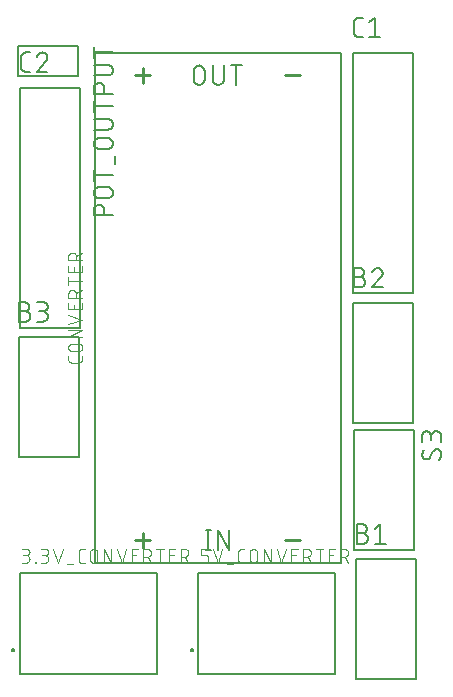
<source format=gto>
G75*
%MOIN*%
%OFA0B0*%
%FSLAX25Y25*%
%IPPOS*%
%LPD*%
%AMOC8*
5,1,8,0,0,1.08239X$1,22.5*
%
%ADD10C,0.00787*%
%ADD11C,0.00500*%
%ADD12C,0.00400*%
%ADD13C,0.00600*%
%ADD14C,0.00800*%
%ADD15C,0.01000*%
D10*
X0036497Y0034922D02*
X0036499Y0034961D01*
X0036505Y0035000D01*
X0036515Y0035038D01*
X0036528Y0035075D01*
X0036545Y0035110D01*
X0036565Y0035144D01*
X0036589Y0035175D01*
X0036616Y0035204D01*
X0036645Y0035230D01*
X0036677Y0035253D01*
X0036711Y0035273D01*
X0036747Y0035289D01*
X0036784Y0035301D01*
X0036823Y0035310D01*
X0036862Y0035315D01*
X0036901Y0035316D01*
X0036940Y0035313D01*
X0036979Y0035306D01*
X0037016Y0035295D01*
X0037053Y0035281D01*
X0037088Y0035263D01*
X0037121Y0035242D01*
X0037152Y0035217D01*
X0037180Y0035190D01*
X0037205Y0035160D01*
X0037227Y0035127D01*
X0037246Y0035093D01*
X0037261Y0035057D01*
X0037273Y0035019D01*
X0037281Y0034981D01*
X0037285Y0034942D01*
X0037285Y0034902D01*
X0037281Y0034863D01*
X0037273Y0034825D01*
X0037261Y0034787D01*
X0037246Y0034751D01*
X0037227Y0034717D01*
X0037205Y0034684D01*
X0037180Y0034654D01*
X0037152Y0034627D01*
X0037121Y0034602D01*
X0037088Y0034581D01*
X0037053Y0034563D01*
X0037016Y0034549D01*
X0036979Y0034538D01*
X0036940Y0034531D01*
X0036901Y0034528D01*
X0036862Y0034529D01*
X0036823Y0034534D01*
X0036784Y0034543D01*
X0036747Y0034555D01*
X0036711Y0034571D01*
X0036677Y0034591D01*
X0036645Y0034614D01*
X0036616Y0034640D01*
X0036589Y0034669D01*
X0036565Y0034700D01*
X0036545Y0034734D01*
X0036528Y0034769D01*
X0036515Y0034806D01*
X0036505Y0034844D01*
X0036499Y0034883D01*
X0036497Y0034922D01*
X0096063Y0034922D02*
X0096065Y0034961D01*
X0096071Y0035000D01*
X0096081Y0035038D01*
X0096094Y0035075D01*
X0096111Y0035110D01*
X0096131Y0035144D01*
X0096155Y0035175D01*
X0096182Y0035204D01*
X0096211Y0035230D01*
X0096243Y0035253D01*
X0096277Y0035273D01*
X0096313Y0035289D01*
X0096350Y0035301D01*
X0096389Y0035310D01*
X0096428Y0035315D01*
X0096467Y0035316D01*
X0096506Y0035313D01*
X0096545Y0035306D01*
X0096582Y0035295D01*
X0096619Y0035281D01*
X0096654Y0035263D01*
X0096687Y0035242D01*
X0096718Y0035217D01*
X0096746Y0035190D01*
X0096771Y0035160D01*
X0096793Y0035127D01*
X0096812Y0035093D01*
X0096827Y0035057D01*
X0096839Y0035019D01*
X0096847Y0034981D01*
X0096851Y0034942D01*
X0096851Y0034902D01*
X0096847Y0034863D01*
X0096839Y0034825D01*
X0096827Y0034787D01*
X0096812Y0034751D01*
X0096793Y0034717D01*
X0096771Y0034684D01*
X0096746Y0034654D01*
X0096718Y0034627D01*
X0096687Y0034602D01*
X0096654Y0034581D01*
X0096619Y0034563D01*
X0096582Y0034549D01*
X0096545Y0034538D01*
X0096506Y0034531D01*
X0096467Y0034528D01*
X0096428Y0034529D01*
X0096389Y0034534D01*
X0096350Y0034543D01*
X0096313Y0034555D01*
X0096277Y0034571D01*
X0096243Y0034591D01*
X0096211Y0034614D01*
X0096182Y0034640D01*
X0096155Y0034669D01*
X0096131Y0034700D01*
X0096111Y0034734D01*
X0096094Y0034769D01*
X0096081Y0034806D01*
X0096071Y0034844D01*
X0096065Y0034883D01*
X0096063Y0034922D01*
D11*
X0098623Y0027048D02*
X0144292Y0027048D01*
X0144292Y0060513D01*
X0098623Y0060513D01*
X0098623Y0027048D01*
X0084725Y0027048D02*
X0084725Y0060513D01*
X0039056Y0060513D01*
X0039056Y0027048D01*
X0084725Y0027048D01*
X0064080Y0064056D02*
X0146080Y0064056D01*
X0146080Y0234056D01*
X0064080Y0234056D01*
X0064080Y0064056D01*
D12*
X0064993Y0065258D02*
X0064991Y0065188D01*
X0064985Y0065117D01*
X0064976Y0065048D01*
X0064962Y0064979D01*
X0064945Y0064910D01*
X0064924Y0064843D01*
X0064899Y0064777D01*
X0064871Y0064713D01*
X0064839Y0064650D01*
X0064804Y0064589D01*
X0064765Y0064530D01*
X0064724Y0064473D01*
X0064679Y0064419D01*
X0064631Y0064367D01*
X0064581Y0064318D01*
X0064527Y0064271D01*
X0064472Y0064228D01*
X0064414Y0064188D01*
X0064354Y0064151D01*
X0064292Y0064118D01*
X0064228Y0064088D01*
X0064163Y0064061D01*
X0064097Y0064038D01*
X0064029Y0064019D01*
X0063960Y0064004D01*
X0063891Y0063992D01*
X0063821Y0063984D01*
X0063750Y0063980D01*
X0063680Y0063980D01*
X0063609Y0063984D01*
X0063539Y0063992D01*
X0063470Y0064004D01*
X0063401Y0064019D01*
X0063333Y0064038D01*
X0063267Y0064061D01*
X0063202Y0064088D01*
X0063138Y0064118D01*
X0063076Y0064151D01*
X0063016Y0064188D01*
X0062958Y0064228D01*
X0062903Y0064271D01*
X0062849Y0064318D01*
X0062799Y0064367D01*
X0062751Y0064419D01*
X0062706Y0064473D01*
X0062665Y0064530D01*
X0062626Y0064589D01*
X0062591Y0064650D01*
X0062559Y0064713D01*
X0062531Y0064777D01*
X0062506Y0064843D01*
X0062485Y0064910D01*
X0062468Y0064979D01*
X0062454Y0065048D01*
X0062445Y0065117D01*
X0062439Y0065188D01*
X0062437Y0065258D01*
X0062437Y0067303D01*
X0062439Y0067373D01*
X0062445Y0067444D01*
X0062454Y0067513D01*
X0062468Y0067582D01*
X0062485Y0067651D01*
X0062506Y0067718D01*
X0062531Y0067784D01*
X0062559Y0067848D01*
X0062591Y0067911D01*
X0062626Y0067972D01*
X0062665Y0068031D01*
X0062706Y0068088D01*
X0062751Y0068142D01*
X0062799Y0068194D01*
X0062849Y0068243D01*
X0062903Y0068290D01*
X0062958Y0068333D01*
X0063016Y0068373D01*
X0063076Y0068410D01*
X0063138Y0068443D01*
X0063202Y0068473D01*
X0063267Y0068500D01*
X0063333Y0068523D01*
X0063401Y0068542D01*
X0063470Y0068557D01*
X0063539Y0068569D01*
X0063609Y0068577D01*
X0063680Y0068581D01*
X0063750Y0068581D01*
X0063821Y0068577D01*
X0063891Y0068569D01*
X0063960Y0068557D01*
X0064029Y0068542D01*
X0064097Y0068523D01*
X0064163Y0068500D01*
X0064228Y0068473D01*
X0064292Y0068443D01*
X0064354Y0068410D01*
X0064414Y0068373D01*
X0064472Y0068333D01*
X0064527Y0068290D01*
X0064581Y0068243D01*
X0064631Y0068194D01*
X0064679Y0068142D01*
X0064724Y0068088D01*
X0064765Y0068031D01*
X0064804Y0067972D01*
X0064839Y0067911D01*
X0064871Y0067848D01*
X0064899Y0067784D01*
X0064924Y0067718D01*
X0064945Y0067651D01*
X0064962Y0067582D01*
X0064976Y0067513D01*
X0064985Y0067444D01*
X0064991Y0067373D01*
X0064993Y0067303D01*
X0064993Y0065258D01*
X0067087Y0063980D02*
X0067087Y0068580D01*
X0069643Y0063980D01*
X0069643Y0068580D01*
X0071482Y0068580D02*
X0073015Y0063980D01*
X0074548Y0068580D01*
X0076396Y0068580D02*
X0078441Y0068580D01*
X0080316Y0068580D02*
X0081594Y0068580D01*
X0081594Y0068581D02*
X0081664Y0068579D01*
X0081735Y0068573D01*
X0081804Y0068564D01*
X0081873Y0068550D01*
X0081942Y0068533D01*
X0082009Y0068512D01*
X0082075Y0068487D01*
X0082139Y0068459D01*
X0082202Y0068427D01*
X0082263Y0068392D01*
X0082322Y0068353D01*
X0082379Y0068312D01*
X0082433Y0068267D01*
X0082485Y0068219D01*
X0082534Y0068169D01*
X0082581Y0068115D01*
X0082624Y0068060D01*
X0082664Y0068002D01*
X0082701Y0067942D01*
X0082734Y0067880D01*
X0082764Y0067816D01*
X0082791Y0067751D01*
X0082814Y0067685D01*
X0082833Y0067617D01*
X0082848Y0067548D01*
X0082860Y0067479D01*
X0082868Y0067409D01*
X0082872Y0067338D01*
X0082872Y0067268D01*
X0082868Y0067197D01*
X0082860Y0067127D01*
X0082848Y0067058D01*
X0082833Y0066989D01*
X0082814Y0066921D01*
X0082791Y0066855D01*
X0082764Y0066790D01*
X0082734Y0066726D01*
X0082701Y0066664D01*
X0082664Y0066604D01*
X0082624Y0066546D01*
X0082581Y0066491D01*
X0082534Y0066437D01*
X0082485Y0066387D01*
X0082433Y0066339D01*
X0082379Y0066294D01*
X0082322Y0066253D01*
X0082263Y0066214D01*
X0082202Y0066179D01*
X0082139Y0066147D01*
X0082075Y0066119D01*
X0082009Y0066094D01*
X0081942Y0066073D01*
X0081873Y0066056D01*
X0081804Y0066042D01*
X0081735Y0066033D01*
X0081664Y0066027D01*
X0081594Y0066025D01*
X0080316Y0066025D01*
X0081850Y0066025D02*
X0082872Y0063980D01*
X0080316Y0063980D02*
X0080316Y0068580D01*
X0077930Y0066536D02*
X0076396Y0066536D01*
X0076396Y0068580D02*
X0076396Y0063980D01*
X0078441Y0063980D01*
X0084487Y0068580D02*
X0087043Y0068580D01*
X0085765Y0068580D02*
X0085765Y0063980D01*
X0088846Y0063980D02*
X0088846Y0068580D01*
X0090891Y0068580D01*
X0092766Y0068580D02*
X0094044Y0068580D01*
X0094044Y0068581D02*
X0094114Y0068579D01*
X0094185Y0068573D01*
X0094254Y0068564D01*
X0094323Y0068550D01*
X0094392Y0068533D01*
X0094459Y0068512D01*
X0094525Y0068487D01*
X0094589Y0068459D01*
X0094652Y0068427D01*
X0094713Y0068392D01*
X0094772Y0068353D01*
X0094829Y0068312D01*
X0094883Y0068267D01*
X0094935Y0068219D01*
X0094984Y0068169D01*
X0095031Y0068115D01*
X0095074Y0068060D01*
X0095114Y0068002D01*
X0095151Y0067942D01*
X0095184Y0067880D01*
X0095214Y0067816D01*
X0095241Y0067751D01*
X0095264Y0067685D01*
X0095283Y0067617D01*
X0095298Y0067548D01*
X0095310Y0067479D01*
X0095318Y0067409D01*
X0095322Y0067338D01*
X0095322Y0067268D01*
X0095318Y0067197D01*
X0095310Y0067127D01*
X0095298Y0067058D01*
X0095283Y0066989D01*
X0095264Y0066921D01*
X0095241Y0066855D01*
X0095214Y0066790D01*
X0095184Y0066726D01*
X0095151Y0066664D01*
X0095114Y0066604D01*
X0095074Y0066546D01*
X0095031Y0066491D01*
X0094984Y0066437D01*
X0094935Y0066387D01*
X0094883Y0066339D01*
X0094829Y0066294D01*
X0094772Y0066253D01*
X0094713Y0066214D01*
X0094652Y0066179D01*
X0094589Y0066147D01*
X0094525Y0066119D01*
X0094459Y0066094D01*
X0094392Y0066073D01*
X0094323Y0066056D01*
X0094254Y0066042D01*
X0094185Y0066033D01*
X0094114Y0066027D01*
X0094044Y0066025D01*
X0092766Y0066025D01*
X0094300Y0066025D02*
X0095322Y0063980D01*
X0092766Y0063980D02*
X0092766Y0068580D01*
X0090380Y0066536D02*
X0088846Y0066536D01*
X0088846Y0063980D02*
X0090891Y0063980D01*
X0099354Y0063980D02*
X0100888Y0063980D01*
X0100888Y0063981D02*
X0100950Y0063983D01*
X0101011Y0063988D01*
X0101072Y0063998D01*
X0101133Y0064011D01*
X0101192Y0064027D01*
X0101250Y0064047D01*
X0101307Y0064071D01*
X0101363Y0064098D01*
X0101417Y0064128D01*
X0101469Y0064162D01*
X0101518Y0064198D01*
X0101566Y0064238D01*
X0101611Y0064280D01*
X0101653Y0064325D01*
X0101693Y0064373D01*
X0101729Y0064422D01*
X0101763Y0064474D01*
X0101793Y0064528D01*
X0101820Y0064584D01*
X0101844Y0064641D01*
X0101864Y0064699D01*
X0101880Y0064758D01*
X0101893Y0064819D01*
X0101903Y0064880D01*
X0101908Y0064941D01*
X0101910Y0065003D01*
X0101910Y0065514D01*
X0101908Y0065576D01*
X0101903Y0065637D01*
X0101893Y0065698D01*
X0101880Y0065759D01*
X0101864Y0065818D01*
X0101844Y0065876D01*
X0101820Y0065933D01*
X0101793Y0065989D01*
X0101763Y0066043D01*
X0101729Y0066095D01*
X0101693Y0066144D01*
X0101653Y0066192D01*
X0101611Y0066237D01*
X0101566Y0066279D01*
X0101518Y0066319D01*
X0101469Y0066355D01*
X0101417Y0066389D01*
X0101363Y0066419D01*
X0101307Y0066446D01*
X0101250Y0066470D01*
X0101192Y0066490D01*
X0101133Y0066506D01*
X0101072Y0066519D01*
X0101011Y0066529D01*
X0100950Y0066534D01*
X0100888Y0066536D01*
X0099354Y0066536D01*
X0099354Y0068580D01*
X0101910Y0068580D01*
X0103599Y0068580D02*
X0105132Y0063980D01*
X0106665Y0068580D01*
X0108160Y0063469D02*
X0110204Y0063469D01*
X0111941Y0065003D02*
X0111941Y0067558D01*
X0111943Y0067620D01*
X0111948Y0067681D01*
X0111958Y0067742D01*
X0111971Y0067803D01*
X0111987Y0067862D01*
X0112007Y0067920D01*
X0112031Y0067977D01*
X0112058Y0068033D01*
X0112088Y0068087D01*
X0112122Y0068139D01*
X0112158Y0068188D01*
X0112198Y0068236D01*
X0112240Y0068281D01*
X0112285Y0068323D01*
X0112333Y0068362D01*
X0112382Y0068399D01*
X0112434Y0068433D01*
X0112488Y0068463D01*
X0112544Y0068490D01*
X0112601Y0068514D01*
X0112659Y0068534D01*
X0112718Y0068550D01*
X0112779Y0068563D01*
X0112840Y0068573D01*
X0112901Y0068578D01*
X0112963Y0068580D01*
X0113986Y0068580D01*
X0115704Y0067303D02*
X0115704Y0065258D01*
X0115706Y0065188D01*
X0115712Y0065117D01*
X0115721Y0065048D01*
X0115735Y0064979D01*
X0115752Y0064910D01*
X0115773Y0064843D01*
X0115798Y0064777D01*
X0115826Y0064713D01*
X0115858Y0064650D01*
X0115893Y0064589D01*
X0115932Y0064530D01*
X0115973Y0064473D01*
X0116018Y0064419D01*
X0116066Y0064367D01*
X0116116Y0064318D01*
X0116170Y0064271D01*
X0116225Y0064228D01*
X0116283Y0064188D01*
X0116343Y0064151D01*
X0116405Y0064118D01*
X0116469Y0064088D01*
X0116534Y0064061D01*
X0116600Y0064038D01*
X0116668Y0064019D01*
X0116737Y0064004D01*
X0116806Y0063992D01*
X0116876Y0063984D01*
X0116947Y0063980D01*
X0117017Y0063980D01*
X0117088Y0063984D01*
X0117158Y0063992D01*
X0117227Y0064004D01*
X0117296Y0064019D01*
X0117364Y0064038D01*
X0117430Y0064061D01*
X0117495Y0064088D01*
X0117559Y0064118D01*
X0117621Y0064151D01*
X0117681Y0064188D01*
X0117739Y0064228D01*
X0117794Y0064271D01*
X0117848Y0064318D01*
X0117898Y0064367D01*
X0117946Y0064419D01*
X0117991Y0064473D01*
X0118032Y0064530D01*
X0118071Y0064589D01*
X0118106Y0064650D01*
X0118138Y0064713D01*
X0118166Y0064777D01*
X0118191Y0064843D01*
X0118212Y0064910D01*
X0118229Y0064979D01*
X0118243Y0065048D01*
X0118252Y0065117D01*
X0118258Y0065188D01*
X0118260Y0065258D01*
X0118260Y0067303D01*
X0118258Y0067373D01*
X0118252Y0067444D01*
X0118243Y0067513D01*
X0118229Y0067582D01*
X0118212Y0067651D01*
X0118191Y0067718D01*
X0118166Y0067784D01*
X0118138Y0067848D01*
X0118106Y0067911D01*
X0118071Y0067972D01*
X0118032Y0068031D01*
X0117991Y0068088D01*
X0117946Y0068142D01*
X0117898Y0068194D01*
X0117848Y0068243D01*
X0117794Y0068290D01*
X0117739Y0068333D01*
X0117681Y0068373D01*
X0117621Y0068410D01*
X0117559Y0068443D01*
X0117495Y0068473D01*
X0117430Y0068500D01*
X0117364Y0068523D01*
X0117296Y0068542D01*
X0117227Y0068557D01*
X0117158Y0068569D01*
X0117088Y0068577D01*
X0117017Y0068581D01*
X0116947Y0068581D01*
X0116876Y0068577D01*
X0116806Y0068569D01*
X0116737Y0068557D01*
X0116668Y0068542D01*
X0116600Y0068523D01*
X0116534Y0068500D01*
X0116469Y0068473D01*
X0116405Y0068443D01*
X0116343Y0068410D01*
X0116283Y0068373D01*
X0116225Y0068333D01*
X0116170Y0068290D01*
X0116116Y0068243D01*
X0116066Y0068194D01*
X0116018Y0068142D01*
X0115973Y0068088D01*
X0115932Y0068031D01*
X0115893Y0067972D01*
X0115858Y0067911D01*
X0115826Y0067848D01*
X0115798Y0067784D01*
X0115773Y0067718D01*
X0115752Y0067651D01*
X0115735Y0067582D01*
X0115721Y0067513D01*
X0115712Y0067444D01*
X0115706Y0067373D01*
X0115704Y0067303D01*
X0112963Y0063981D02*
X0112901Y0063983D01*
X0112840Y0063988D01*
X0112779Y0063998D01*
X0112718Y0064011D01*
X0112659Y0064027D01*
X0112601Y0064047D01*
X0112544Y0064071D01*
X0112488Y0064098D01*
X0112434Y0064128D01*
X0112382Y0064162D01*
X0112333Y0064198D01*
X0112285Y0064238D01*
X0112240Y0064280D01*
X0112198Y0064325D01*
X0112158Y0064373D01*
X0112122Y0064422D01*
X0112088Y0064474D01*
X0112058Y0064528D01*
X0112031Y0064584D01*
X0112007Y0064641D01*
X0111987Y0064699D01*
X0111971Y0064758D01*
X0111958Y0064819D01*
X0111948Y0064880D01*
X0111943Y0064941D01*
X0111941Y0065003D01*
X0112963Y0063980D02*
X0113986Y0063980D01*
X0120354Y0063980D02*
X0120354Y0068580D01*
X0122910Y0063980D01*
X0122910Y0068580D01*
X0124749Y0068580D02*
X0126282Y0063980D01*
X0127815Y0068580D01*
X0129663Y0068580D02*
X0131708Y0068580D01*
X0133583Y0068580D02*
X0134861Y0068580D01*
X0134861Y0068581D02*
X0134931Y0068579D01*
X0135002Y0068573D01*
X0135071Y0068564D01*
X0135140Y0068550D01*
X0135209Y0068533D01*
X0135276Y0068512D01*
X0135342Y0068487D01*
X0135406Y0068459D01*
X0135469Y0068427D01*
X0135530Y0068392D01*
X0135589Y0068353D01*
X0135646Y0068312D01*
X0135700Y0068267D01*
X0135752Y0068219D01*
X0135801Y0068169D01*
X0135848Y0068115D01*
X0135891Y0068060D01*
X0135931Y0068002D01*
X0135968Y0067942D01*
X0136001Y0067880D01*
X0136031Y0067816D01*
X0136058Y0067751D01*
X0136081Y0067685D01*
X0136100Y0067617D01*
X0136115Y0067548D01*
X0136127Y0067479D01*
X0136135Y0067409D01*
X0136139Y0067338D01*
X0136139Y0067268D01*
X0136135Y0067197D01*
X0136127Y0067127D01*
X0136115Y0067058D01*
X0136100Y0066989D01*
X0136081Y0066921D01*
X0136058Y0066855D01*
X0136031Y0066790D01*
X0136001Y0066726D01*
X0135968Y0066664D01*
X0135931Y0066604D01*
X0135891Y0066546D01*
X0135848Y0066491D01*
X0135801Y0066437D01*
X0135752Y0066387D01*
X0135700Y0066339D01*
X0135646Y0066294D01*
X0135589Y0066253D01*
X0135530Y0066214D01*
X0135469Y0066179D01*
X0135406Y0066147D01*
X0135342Y0066119D01*
X0135276Y0066094D01*
X0135209Y0066073D01*
X0135140Y0066056D01*
X0135071Y0066042D01*
X0135002Y0066033D01*
X0134931Y0066027D01*
X0134861Y0066025D01*
X0133583Y0066025D01*
X0135117Y0066025D02*
X0136139Y0063980D01*
X0133583Y0063980D02*
X0133583Y0068580D01*
X0131197Y0066536D02*
X0129663Y0066536D01*
X0129663Y0068580D02*
X0129663Y0063980D01*
X0131708Y0063980D01*
X0139032Y0063980D02*
X0139032Y0068580D01*
X0137754Y0068580D02*
X0140310Y0068580D01*
X0142113Y0068580D02*
X0144158Y0068580D01*
X0146033Y0068580D02*
X0147311Y0068580D01*
X0147311Y0068581D02*
X0147381Y0068579D01*
X0147452Y0068573D01*
X0147521Y0068564D01*
X0147590Y0068550D01*
X0147659Y0068533D01*
X0147726Y0068512D01*
X0147792Y0068487D01*
X0147856Y0068459D01*
X0147919Y0068427D01*
X0147980Y0068392D01*
X0148039Y0068353D01*
X0148096Y0068312D01*
X0148150Y0068267D01*
X0148202Y0068219D01*
X0148251Y0068169D01*
X0148298Y0068115D01*
X0148341Y0068060D01*
X0148381Y0068002D01*
X0148418Y0067942D01*
X0148451Y0067880D01*
X0148481Y0067816D01*
X0148508Y0067751D01*
X0148531Y0067685D01*
X0148550Y0067617D01*
X0148565Y0067548D01*
X0148577Y0067479D01*
X0148585Y0067409D01*
X0148589Y0067338D01*
X0148589Y0067268D01*
X0148585Y0067197D01*
X0148577Y0067127D01*
X0148565Y0067058D01*
X0148550Y0066989D01*
X0148531Y0066921D01*
X0148508Y0066855D01*
X0148481Y0066790D01*
X0148451Y0066726D01*
X0148418Y0066664D01*
X0148381Y0066604D01*
X0148341Y0066546D01*
X0148298Y0066491D01*
X0148251Y0066437D01*
X0148202Y0066387D01*
X0148150Y0066339D01*
X0148096Y0066294D01*
X0148039Y0066253D01*
X0147980Y0066214D01*
X0147919Y0066179D01*
X0147856Y0066147D01*
X0147792Y0066119D01*
X0147726Y0066094D01*
X0147659Y0066073D01*
X0147590Y0066056D01*
X0147521Y0066042D01*
X0147452Y0066033D01*
X0147381Y0066027D01*
X0147311Y0066025D01*
X0146033Y0066025D01*
X0147567Y0066025D02*
X0148589Y0063980D01*
X0146033Y0063980D02*
X0146033Y0068580D01*
X0143646Y0066536D02*
X0142113Y0066536D01*
X0142113Y0068580D02*
X0142113Y0063980D01*
X0144158Y0063980D01*
X0060719Y0063980D02*
X0059697Y0063980D01*
X0059697Y0063981D02*
X0059635Y0063983D01*
X0059574Y0063988D01*
X0059513Y0063998D01*
X0059452Y0064011D01*
X0059393Y0064027D01*
X0059335Y0064047D01*
X0059278Y0064071D01*
X0059222Y0064098D01*
X0059168Y0064128D01*
X0059116Y0064162D01*
X0059067Y0064198D01*
X0059019Y0064238D01*
X0058974Y0064280D01*
X0058932Y0064325D01*
X0058892Y0064373D01*
X0058856Y0064422D01*
X0058822Y0064474D01*
X0058792Y0064528D01*
X0058765Y0064584D01*
X0058741Y0064641D01*
X0058721Y0064699D01*
X0058705Y0064758D01*
X0058692Y0064819D01*
X0058682Y0064880D01*
X0058677Y0064941D01*
X0058675Y0065003D01*
X0058674Y0065003D02*
X0058674Y0067558D01*
X0058675Y0067558D02*
X0058677Y0067620D01*
X0058682Y0067681D01*
X0058692Y0067742D01*
X0058705Y0067803D01*
X0058721Y0067862D01*
X0058741Y0067920D01*
X0058765Y0067977D01*
X0058792Y0068033D01*
X0058822Y0068087D01*
X0058856Y0068139D01*
X0058892Y0068188D01*
X0058932Y0068236D01*
X0058974Y0068281D01*
X0059019Y0068323D01*
X0059067Y0068362D01*
X0059116Y0068399D01*
X0059168Y0068433D01*
X0059222Y0068463D01*
X0059278Y0068490D01*
X0059335Y0068514D01*
X0059393Y0068534D01*
X0059452Y0068550D01*
X0059513Y0068563D01*
X0059574Y0068573D01*
X0059635Y0068578D01*
X0059697Y0068580D01*
X0060719Y0068580D01*
X0056937Y0063469D02*
X0054893Y0063469D01*
X0051865Y0063980D02*
X0050332Y0068580D01*
X0047621Y0068580D02*
X0046087Y0068580D01*
X0047621Y0068580D02*
X0047684Y0068578D01*
X0047747Y0068572D01*
X0047809Y0068563D01*
X0047870Y0068549D01*
X0047931Y0068532D01*
X0047990Y0068511D01*
X0048048Y0068486D01*
X0048105Y0068458D01*
X0048159Y0068427D01*
X0048211Y0068392D01*
X0048262Y0068354D01*
X0048310Y0068313D01*
X0048355Y0068269D01*
X0048397Y0068223D01*
X0048437Y0068174D01*
X0048473Y0068123D01*
X0048506Y0068069D01*
X0048536Y0068014D01*
X0048562Y0067956D01*
X0048585Y0067898D01*
X0048604Y0067838D01*
X0048619Y0067777D01*
X0048631Y0067715D01*
X0048639Y0067652D01*
X0048643Y0067589D01*
X0048643Y0067527D01*
X0048639Y0067464D01*
X0048631Y0067401D01*
X0048619Y0067339D01*
X0048604Y0067278D01*
X0048585Y0067218D01*
X0048562Y0067160D01*
X0048536Y0067102D01*
X0048506Y0067047D01*
X0048473Y0066993D01*
X0048437Y0066942D01*
X0048397Y0066893D01*
X0048355Y0066847D01*
X0048310Y0066803D01*
X0048262Y0066762D01*
X0048211Y0066724D01*
X0048159Y0066689D01*
X0048105Y0066658D01*
X0048048Y0066630D01*
X0047990Y0066605D01*
X0047931Y0066584D01*
X0047870Y0066567D01*
X0047809Y0066553D01*
X0047747Y0066544D01*
X0047684Y0066538D01*
X0047621Y0066536D01*
X0046598Y0066536D01*
X0047365Y0066536D02*
X0047435Y0066534D01*
X0047506Y0066528D01*
X0047575Y0066519D01*
X0047644Y0066505D01*
X0047713Y0066488D01*
X0047780Y0066467D01*
X0047846Y0066442D01*
X0047910Y0066414D01*
X0047973Y0066382D01*
X0048034Y0066347D01*
X0048093Y0066308D01*
X0048150Y0066267D01*
X0048204Y0066222D01*
X0048256Y0066174D01*
X0048305Y0066124D01*
X0048352Y0066070D01*
X0048395Y0066015D01*
X0048435Y0065957D01*
X0048472Y0065897D01*
X0048505Y0065835D01*
X0048535Y0065771D01*
X0048562Y0065706D01*
X0048585Y0065640D01*
X0048604Y0065572D01*
X0048619Y0065503D01*
X0048631Y0065434D01*
X0048639Y0065364D01*
X0048643Y0065293D01*
X0048643Y0065223D01*
X0048639Y0065152D01*
X0048631Y0065082D01*
X0048619Y0065013D01*
X0048604Y0064944D01*
X0048585Y0064876D01*
X0048562Y0064810D01*
X0048535Y0064745D01*
X0048505Y0064681D01*
X0048472Y0064619D01*
X0048435Y0064559D01*
X0048395Y0064501D01*
X0048352Y0064446D01*
X0048305Y0064392D01*
X0048256Y0064342D01*
X0048204Y0064294D01*
X0048150Y0064249D01*
X0048093Y0064208D01*
X0048034Y0064169D01*
X0047973Y0064134D01*
X0047910Y0064102D01*
X0047846Y0064074D01*
X0047780Y0064049D01*
X0047713Y0064028D01*
X0047644Y0064011D01*
X0047575Y0063997D01*
X0047506Y0063988D01*
X0047435Y0063982D01*
X0047365Y0063980D01*
X0046087Y0063980D01*
X0044343Y0063980D02*
X0044087Y0063980D01*
X0044087Y0064236D01*
X0044343Y0064236D01*
X0044343Y0063980D01*
X0041065Y0063980D02*
X0039787Y0063980D01*
X0041065Y0063980D02*
X0041135Y0063982D01*
X0041206Y0063988D01*
X0041275Y0063997D01*
X0041344Y0064011D01*
X0041413Y0064028D01*
X0041480Y0064049D01*
X0041546Y0064074D01*
X0041610Y0064102D01*
X0041673Y0064134D01*
X0041734Y0064169D01*
X0041793Y0064208D01*
X0041850Y0064249D01*
X0041904Y0064294D01*
X0041956Y0064342D01*
X0042005Y0064392D01*
X0042052Y0064446D01*
X0042095Y0064501D01*
X0042135Y0064559D01*
X0042172Y0064619D01*
X0042205Y0064681D01*
X0042235Y0064745D01*
X0042262Y0064810D01*
X0042285Y0064876D01*
X0042304Y0064944D01*
X0042319Y0065013D01*
X0042331Y0065082D01*
X0042339Y0065152D01*
X0042343Y0065223D01*
X0042343Y0065293D01*
X0042339Y0065364D01*
X0042331Y0065434D01*
X0042319Y0065503D01*
X0042304Y0065572D01*
X0042285Y0065640D01*
X0042262Y0065706D01*
X0042235Y0065771D01*
X0042205Y0065835D01*
X0042172Y0065897D01*
X0042135Y0065957D01*
X0042095Y0066015D01*
X0042052Y0066070D01*
X0042005Y0066124D01*
X0041956Y0066174D01*
X0041904Y0066222D01*
X0041850Y0066267D01*
X0041793Y0066308D01*
X0041734Y0066347D01*
X0041673Y0066382D01*
X0041610Y0066414D01*
X0041546Y0066442D01*
X0041480Y0066467D01*
X0041413Y0066488D01*
X0041344Y0066505D01*
X0041275Y0066519D01*
X0041206Y0066528D01*
X0041135Y0066534D01*
X0041065Y0066536D01*
X0041321Y0066536D02*
X0040299Y0066536D01*
X0041321Y0066536D02*
X0041384Y0066538D01*
X0041447Y0066544D01*
X0041509Y0066553D01*
X0041570Y0066567D01*
X0041631Y0066584D01*
X0041690Y0066605D01*
X0041748Y0066630D01*
X0041805Y0066658D01*
X0041859Y0066689D01*
X0041911Y0066724D01*
X0041962Y0066762D01*
X0042010Y0066803D01*
X0042055Y0066847D01*
X0042097Y0066893D01*
X0042137Y0066942D01*
X0042173Y0066993D01*
X0042206Y0067047D01*
X0042236Y0067102D01*
X0042262Y0067160D01*
X0042285Y0067218D01*
X0042304Y0067278D01*
X0042319Y0067339D01*
X0042331Y0067401D01*
X0042339Y0067464D01*
X0042343Y0067527D01*
X0042343Y0067589D01*
X0042339Y0067652D01*
X0042331Y0067715D01*
X0042319Y0067777D01*
X0042304Y0067838D01*
X0042285Y0067898D01*
X0042262Y0067956D01*
X0042236Y0068014D01*
X0042206Y0068069D01*
X0042173Y0068123D01*
X0042137Y0068174D01*
X0042097Y0068223D01*
X0042055Y0068269D01*
X0042010Y0068313D01*
X0041962Y0068354D01*
X0041911Y0068392D01*
X0041859Y0068427D01*
X0041805Y0068458D01*
X0041748Y0068486D01*
X0041690Y0068511D01*
X0041631Y0068532D01*
X0041570Y0068549D01*
X0041509Y0068563D01*
X0041447Y0068572D01*
X0041384Y0068578D01*
X0041321Y0068580D01*
X0039787Y0068580D01*
X0051865Y0063980D02*
X0053398Y0068580D01*
X0056302Y0130732D02*
X0058857Y0130732D01*
X0058919Y0130734D01*
X0058980Y0130739D01*
X0059041Y0130749D01*
X0059102Y0130762D01*
X0059161Y0130778D01*
X0059219Y0130798D01*
X0059276Y0130822D01*
X0059332Y0130849D01*
X0059386Y0130879D01*
X0059438Y0130913D01*
X0059487Y0130949D01*
X0059535Y0130989D01*
X0059580Y0131031D01*
X0059622Y0131076D01*
X0059662Y0131124D01*
X0059698Y0131173D01*
X0059732Y0131225D01*
X0059762Y0131279D01*
X0059789Y0131335D01*
X0059813Y0131392D01*
X0059833Y0131450D01*
X0059849Y0131509D01*
X0059862Y0131570D01*
X0059872Y0131631D01*
X0059877Y0131692D01*
X0059879Y0131754D01*
X0059880Y0131754D02*
X0059880Y0132777D01*
X0058602Y0134495D02*
X0056557Y0134495D01*
X0056487Y0134497D01*
X0056416Y0134503D01*
X0056347Y0134512D01*
X0056278Y0134526D01*
X0056209Y0134543D01*
X0056142Y0134564D01*
X0056076Y0134589D01*
X0056012Y0134617D01*
X0055949Y0134649D01*
X0055888Y0134684D01*
X0055829Y0134723D01*
X0055772Y0134764D01*
X0055718Y0134809D01*
X0055666Y0134857D01*
X0055617Y0134907D01*
X0055570Y0134961D01*
X0055527Y0135016D01*
X0055487Y0135074D01*
X0055450Y0135134D01*
X0055417Y0135196D01*
X0055387Y0135260D01*
X0055360Y0135325D01*
X0055337Y0135391D01*
X0055318Y0135459D01*
X0055303Y0135528D01*
X0055291Y0135597D01*
X0055283Y0135667D01*
X0055279Y0135738D01*
X0055279Y0135808D01*
X0055283Y0135879D01*
X0055291Y0135949D01*
X0055303Y0136018D01*
X0055318Y0136087D01*
X0055337Y0136155D01*
X0055360Y0136221D01*
X0055387Y0136286D01*
X0055417Y0136350D01*
X0055450Y0136412D01*
X0055487Y0136472D01*
X0055527Y0136530D01*
X0055570Y0136585D01*
X0055617Y0136639D01*
X0055666Y0136689D01*
X0055718Y0136737D01*
X0055772Y0136782D01*
X0055829Y0136823D01*
X0055888Y0136862D01*
X0055949Y0136897D01*
X0056012Y0136929D01*
X0056076Y0136957D01*
X0056142Y0136982D01*
X0056209Y0137003D01*
X0056278Y0137020D01*
X0056347Y0137034D01*
X0056416Y0137043D01*
X0056487Y0137049D01*
X0056557Y0137051D01*
X0058602Y0137051D01*
X0058672Y0137049D01*
X0058743Y0137043D01*
X0058812Y0137034D01*
X0058881Y0137020D01*
X0058950Y0137003D01*
X0059017Y0136982D01*
X0059083Y0136957D01*
X0059147Y0136929D01*
X0059210Y0136897D01*
X0059271Y0136862D01*
X0059330Y0136823D01*
X0059387Y0136782D01*
X0059441Y0136737D01*
X0059493Y0136689D01*
X0059542Y0136639D01*
X0059589Y0136585D01*
X0059632Y0136530D01*
X0059672Y0136472D01*
X0059709Y0136412D01*
X0059742Y0136350D01*
X0059772Y0136286D01*
X0059799Y0136221D01*
X0059822Y0136155D01*
X0059841Y0136087D01*
X0059856Y0136018D01*
X0059868Y0135949D01*
X0059876Y0135879D01*
X0059880Y0135808D01*
X0059880Y0135738D01*
X0059876Y0135667D01*
X0059868Y0135597D01*
X0059856Y0135528D01*
X0059841Y0135459D01*
X0059822Y0135391D01*
X0059799Y0135325D01*
X0059772Y0135260D01*
X0059742Y0135196D01*
X0059709Y0135134D01*
X0059672Y0135074D01*
X0059632Y0135016D01*
X0059589Y0134961D01*
X0059542Y0134907D01*
X0059493Y0134857D01*
X0059441Y0134809D01*
X0059387Y0134764D01*
X0059330Y0134723D01*
X0059271Y0134684D01*
X0059210Y0134649D01*
X0059147Y0134617D01*
X0059083Y0134589D01*
X0059017Y0134564D01*
X0058950Y0134543D01*
X0058881Y0134526D01*
X0058812Y0134512D01*
X0058743Y0134503D01*
X0058672Y0134497D01*
X0058602Y0134495D01*
X0055280Y0131754D02*
X0055282Y0131692D01*
X0055287Y0131631D01*
X0055297Y0131570D01*
X0055310Y0131509D01*
X0055326Y0131450D01*
X0055346Y0131392D01*
X0055370Y0131335D01*
X0055397Y0131279D01*
X0055427Y0131225D01*
X0055461Y0131173D01*
X0055498Y0131124D01*
X0055537Y0131076D01*
X0055579Y0131031D01*
X0055624Y0130989D01*
X0055672Y0130949D01*
X0055721Y0130913D01*
X0055773Y0130879D01*
X0055827Y0130849D01*
X0055883Y0130822D01*
X0055940Y0130798D01*
X0055998Y0130778D01*
X0056057Y0130762D01*
X0056118Y0130749D01*
X0056179Y0130739D01*
X0056240Y0130734D01*
X0056302Y0130732D01*
X0055280Y0131754D02*
X0055280Y0132777D01*
X0055280Y0139145D02*
X0059880Y0141701D01*
X0055280Y0141701D01*
X0055280Y0143540D02*
X0059880Y0145073D01*
X0055280Y0146606D01*
X0055280Y0148454D02*
X0055280Y0150499D01*
X0055280Y0152374D02*
X0055280Y0153652D01*
X0055279Y0153652D02*
X0055281Y0153722D01*
X0055287Y0153793D01*
X0055296Y0153862D01*
X0055310Y0153931D01*
X0055327Y0154000D01*
X0055348Y0154067D01*
X0055373Y0154133D01*
X0055401Y0154197D01*
X0055433Y0154260D01*
X0055468Y0154321D01*
X0055507Y0154380D01*
X0055548Y0154437D01*
X0055593Y0154491D01*
X0055641Y0154543D01*
X0055691Y0154592D01*
X0055745Y0154639D01*
X0055800Y0154682D01*
X0055858Y0154722D01*
X0055918Y0154759D01*
X0055980Y0154792D01*
X0056044Y0154822D01*
X0056109Y0154849D01*
X0056175Y0154872D01*
X0056243Y0154891D01*
X0056312Y0154906D01*
X0056381Y0154918D01*
X0056451Y0154926D01*
X0056522Y0154930D01*
X0056592Y0154930D01*
X0056663Y0154926D01*
X0056733Y0154918D01*
X0056802Y0154906D01*
X0056871Y0154891D01*
X0056939Y0154872D01*
X0057005Y0154849D01*
X0057070Y0154822D01*
X0057134Y0154792D01*
X0057196Y0154759D01*
X0057256Y0154722D01*
X0057314Y0154682D01*
X0057369Y0154639D01*
X0057423Y0154592D01*
X0057473Y0154543D01*
X0057521Y0154491D01*
X0057566Y0154437D01*
X0057607Y0154380D01*
X0057646Y0154321D01*
X0057681Y0154260D01*
X0057713Y0154197D01*
X0057741Y0154133D01*
X0057766Y0154067D01*
X0057787Y0154000D01*
X0057804Y0153931D01*
X0057818Y0153862D01*
X0057827Y0153793D01*
X0057833Y0153722D01*
X0057835Y0153652D01*
X0057835Y0152374D01*
X0057835Y0153907D02*
X0059880Y0154930D01*
X0059880Y0152374D02*
X0055280Y0152374D01*
X0057324Y0149987D02*
X0057324Y0148454D01*
X0055280Y0148454D02*
X0059880Y0148454D01*
X0059880Y0150499D01*
X0059880Y0157823D02*
X0055280Y0157823D01*
X0055280Y0156545D02*
X0055280Y0159101D01*
X0055280Y0160904D02*
X0055280Y0162948D01*
X0055280Y0164824D02*
X0055280Y0166102D01*
X0055279Y0166102D02*
X0055281Y0166172D01*
X0055287Y0166243D01*
X0055296Y0166312D01*
X0055310Y0166381D01*
X0055327Y0166450D01*
X0055348Y0166517D01*
X0055373Y0166583D01*
X0055401Y0166647D01*
X0055433Y0166710D01*
X0055468Y0166771D01*
X0055507Y0166830D01*
X0055548Y0166887D01*
X0055593Y0166941D01*
X0055641Y0166993D01*
X0055691Y0167042D01*
X0055745Y0167089D01*
X0055800Y0167132D01*
X0055858Y0167172D01*
X0055918Y0167209D01*
X0055980Y0167242D01*
X0056044Y0167272D01*
X0056109Y0167299D01*
X0056175Y0167322D01*
X0056243Y0167341D01*
X0056312Y0167356D01*
X0056381Y0167368D01*
X0056451Y0167376D01*
X0056522Y0167380D01*
X0056592Y0167380D01*
X0056663Y0167376D01*
X0056733Y0167368D01*
X0056802Y0167356D01*
X0056871Y0167341D01*
X0056939Y0167322D01*
X0057005Y0167299D01*
X0057070Y0167272D01*
X0057134Y0167242D01*
X0057196Y0167209D01*
X0057256Y0167172D01*
X0057314Y0167132D01*
X0057369Y0167089D01*
X0057423Y0167042D01*
X0057473Y0166993D01*
X0057521Y0166941D01*
X0057566Y0166887D01*
X0057607Y0166830D01*
X0057646Y0166771D01*
X0057681Y0166710D01*
X0057713Y0166647D01*
X0057741Y0166583D01*
X0057766Y0166517D01*
X0057787Y0166450D01*
X0057804Y0166381D01*
X0057818Y0166312D01*
X0057827Y0166243D01*
X0057833Y0166172D01*
X0057835Y0166102D01*
X0057835Y0164824D01*
X0057835Y0166357D02*
X0059880Y0167380D01*
X0059880Y0164824D02*
X0055280Y0164824D01*
X0057324Y0162437D02*
X0057324Y0160904D01*
X0055280Y0160904D02*
X0059880Y0160904D01*
X0059880Y0162948D01*
X0059880Y0139145D02*
X0055280Y0139145D01*
D13*
X0058702Y0139095D02*
X0038702Y0139095D01*
X0038702Y0099095D01*
X0058702Y0099095D01*
X0058702Y0139095D01*
X0059292Y0142402D02*
X0059292Y0222402D01*
X0039292Y0222402D01*
X0039292Y0142402D01*
X0059292Y0142402D01*
X0046645Y0144395D02*
X0044867Y0144395D01*
X0046645Y0144395D02*
X0046728Y0144397D01*
X0046811Y0144403D01*
X0046894Y0144413D01*
X0046977Y0144426D01*
X0047058Y0144444D01*
X0047139Y0144465D01*
X0047218Y0144490D01*
X0047296Y0144519D01*
X0047373Y0144551D01*
X0047448Y0144587D01*
X0047522Y0144626D01*
X0047593Y0144669D01*
X0047663Y0144715D01*
X0047730Y0144765D01*
X0047795Y0144817D01*
X0047857Y0144872D01*
X0047917Y0144931D01*
X0047974Y0144992D01*
X0048028Y0145055D01*
X0048079Y0145121D01*
X0048126Y0145190D01*
X0048171Y0145260D01*
X0048212Y0145333D01*
X0048249Y0145407D01*
X0048284Y0145483D01*
X0048314Y0145561D01*
X0048341Y0145639D01*
X0048364Y0145720D01*
X0048384Y0145801D01*
X0048399Y0145883D01*
X0048411Y0145965D01*
X0048419Y0146048D01*
X0048423Y0146131D01*
X0048423Y0146215D01*
X0048419Y0146298D01*
X0048411Y0146381D01*
X0048399Y0146463D01*
X0048384Y0146545D01*
X0048364Y0146626D01*
X0048341Y0146707D01*
X0048314Y0146785D01*
X0048284Y0146863D01*
X0048249Y0146939D01*
X0048212Y0147013D01*
X0048171Y0147086D01*
X0048126Y0147156D01*
X0048079Y0147225D01*
X0048028Y0147291D01*
X0047974Y0147354D01*
X0047917Y0147415D01*
X0047857Y0147474D01*
X0047795Y0147529D01*
X0047730Y0147581D01*
X0047663Y0147631D01*
X0047593Y0147677D01*
X0047522Y0147720D01*
X0047448Y0147759D01*
X0047373Y0147795D01*
X0047296Y0147827D01*
X0047218Y0147856D01*
X0047139Y0147881D01*
X0047058Y0147902D01*
X0046977Y0147920D01*
X0046894Y0147933D01*
X0046811Y0147943D01*
X0046728Y0147949D01*
X0046645Y0147951D01*
X0047001Y0147951D02*
X0045579Y0147951D01*
X0047001Y0147951D02*
X0047075Y0147953D01*
X0047150Y0147959D01*
X0047223Y0147969D01*
X0047297Y0147982D01*
X0047369Y0147999D01*
X0047440Y0148021D01*
X0047511Y0148045D01*
X0047579Y0148074D01*
X0047647Y0148106D01*
X0047712Y0148142D01*
X0047775Y0148180D01*
X0047837Y0148223D01*
X0047896Y0148268D01*
X0047953Y0148316D01*
X0048007Y0148367D01*
X0048058Y0148421D01*
X0048106Y0148478D01*
X0048151Y0148537D01*
X0048194Y0148599D01*
X0048232Y0148662D01*
X0048268Y0148727D01*
X0048300Y0148795D01*
X0048329Y0148863D01*
X0048353Y0148934D01*
X0048375Y0149005D01*
X0048392Y0149077D01*
X0048405Y0149151D01*
X0048415Y0149224D01*
X0048421Y0149299D01*
X0048423Y0149373D01*
X0048421Y0149447D01*
X0048415Y0149522D01*
X0048405Y0149595D01*
X0048392Y0149669D01*
X0048375Y0149741D01*
X0048353Y0149812D01*
X0048329Y0149883D01*
X0048300Y0149951D01*
X0048268Y0150019D01*
X0048232Y0150084D01*
X0048194Y0150147D01*
X0048151Y0150209D01*
X0048106Y0150268D01*
X0048058Y0150325D01*
X0048007Y0150379D01*
X0047953Y0150430D01*
X0047896Y0150478D01*
X0047837Y0150523D01*
X0047775Y0150566D01*
X0047712Y0150604D01*
X0047647Y0150640D01*
X0047579Y0150672D01*
X0047511Y0150701D01*
X0047440Y0150725D01*
X0047369Y0150747D01*
X0047297Y0150764D01*
X0047223Y0150777D01*
X0047150Y0150787D01*
X0047075Y0150793D01*
X0047001Y0150795D01*
X0044867Y0150795D01*
X0040779Y0150795D02*
X0039002Y0150795D01*
X0039002Y0144395D01*
X0040779Y0144395D01*
X0040862Y0144397D01*
X0040945Y0144403D01*
X0041028Y0144413D01*
X0041111Y0144426D01*
X0041192Y0144444D01*
X0041273Y0144465D01*
X0041352Y0144490D01*
X0041430Y0144519D01*
X0041507Y0144551D01*
X0041582Y0144587D01*
X0041656Y0144626D01*
X0041727Y0144669D01*
X0041797Y0144715D01*
X0041864Y0144765D01*
X0041929Y0144817D01*
X0041991Y0144872D01*
X0042051Y0144931D01*
X0042108Y0144992D01*
X0042162Y0145055D01*
X0042213Y0145121D01*
X0042260Y0145190D01*
X0042305Y0145260D01*
X0042346Y0145333D01*
X0042383Y0145407D01*
X0042418Y0145483D01*
X0042448Y0145561D01*
X0042475Y0145639D01*
X0042498Y0145720D01*
X0042518Y0145801D01*
X0042533Y0145883D01*
X0042545Y0145965D01*
X0042553Y0146048D01*
X0042557Y0146131D01*
X0042557Y0146215D01*
X0042553Y0146298D01*
X0042545Y0146381D01*
X0042533Y0146463D01*
X0042518Y0146545D01*
X0042498Y0146626D01*
X0042475Y0146707D01*
X0042448Y0146785D01*
X0042418Y0146863D01*
X0042383Y0146939D01*
X0042346Y0147013D01*
X0042305Y0147086D01*
X0042260Y0147156D01*
X0042213Y0147225D01*
X0042162Y0147291D01*
X0042108Y0147354D01*
X0042051Y0147415D01*
X0041991Y0147474D01*
X0041929Y0147529D01*
X0041864Y0147581D01*
X0041797Y0147631D01*
X0041727Y0147677D01*
X0041656Y0147720D01*
X0041582Y0147759D01*
X0041507Y0147795D01*
X0041430Y0147827D01*
X0041352Y0147856D01*
X0041273Y0147881D01*
X0041192Y0147902D01*
X0041111Y0147920D01*
X0041028Y0147933D01*
X0040945Y0147943D01*
X0040862Y0147949D01*
X0040779Y0147951D01*
X0039002Y0147951D01*
X0040779Y0147951D02*
X0040853Y0147953D01*
X0040928Y0147959D01*
X0041001Y0147969D01*
X0041075Y0147982D01*
X0041147Y0147999D01*
X0041218Y0148021D01*
X0041289Y0148045D01*
X0041357Y0148074D01*
X0041425Y0148106D01*
X0041490Y0148142D01*
X0041553Y0148180D01*
X0041615Y0148223D01*
X0041674Y0148268D01*
X0041731Y0148316D01*
X0041785Y0148367D01*
X0041836Y0148421D01*
X0041884Y0148478D01*
X0041929Y0148537D01*
X0041972Y0148599D01*
X0042010Y0148662D01*
X0042046Y0148727D01*
X0042078Y0148795D01*
X0042107Y0148863D01*
X0042131Y0148934D01*
X0042153Y0149005D01*
X0042170Y0149077D01*
X0042183Y0149151D01*
X0042193Y0149224D01*
X0042199Y0149299D01*
X0042201Y0149373D01*
X0042199Y0149447D01*
X0042193Y0149522D01*
X0042183Y0149595D01*
X0042170Y0149669D01*
X0042153Y0149741D01*
X0042131Y0149812D01*
X0042107Y0149883D01*
X0042078Y0149951D01*
X0042046Y0150019D01*
X0042010Y0150084D01*
X0041972Y0150147D01*
X0041929Y0150209D01*
X0041884Y0150268D01*
X0041836Y0150325D01*
X0041785Y0150379D01*
X0041731Y0150430D01*
X0041674Y0150478D01*
X0041615Y0150523D01*
X0041553Y0150566D01*
X0041490Y0150604D01*
X0041425Y0150640D01*
X0041357Y0150672D01*
X0041289Y0150701D01*
X0041218Y0150725D01*
X0041147Y0150747D01*
X0041075Y0150764D01*
X0041001Y0150777D01*
X0040928Y0150787D01*
X0040853Y0150793D01*
X0040779Y0150795D01*
X0063765Y0179769D02*
X0063765Y0181546D01*
X0063765Y0179769D02*
X0070165Y0179769D01*
X0067321Y0179769D02*
X0067321Y0181546D01*
X0067319Y0181629D01*
X0067313Y0181712D01*
X0067303Y0181795D01*
X0067290Y0181878D01*
X0067272Y0181959D01*
X0067251Y0182040D01*
X0067226Y0182119D01*
X0067197Y0182197D01*
X0067165Y0182274D01*
X0067129Y0182349D01*
X0067090Y0182423D01*
X0067047Y0182494D01*
X0067001Y0182564D01*
X0066951Y0182631D01*
X0066899Y0182696D01*
X0066844Y0182758D01*
X0066785Y0182818D01*
X0066724Y0182875D01*
X0066661Y0182929D01*
X0066595Y0182980D01*
X0066526Y0183027D01*
X0066456Y0183072D01*
X0066383Y0183113D01*
X0066309Y0183150D01*
X0066233Y0183185D01*
X0066155Y0183215D01*
X0066077Y0183242D01*
X0065996Y0183265D01*
X0065915Y0183285D01*
X0065833Y0183300D01*
X0065751Y0183312D01*
X0065668Y0183320D01*
X0065585Y0183324D01*
X0065501Y0183324D01*
X0065418Y0183320D01*
X0065335Y0183312D01*
X0065253Y0183300D01*
X0065171Y0183285D01*
X0065090Y0183265D01*
X0065009Y0183242D01*
X0064931Y0183215D01*
X0064853Y0183185D01*
X0064777Y0183150D01*
X0064703Y0183113D01*
X0064630Y0183072D01*
X0064560Y0183027D01*
X0064491Y0182980D01*
X0064425Y0182929D01*
X0064362Y0182875D01*
X0064301Y0182818D01*
X0064242Y0182758D01*
X0064187Y0182696D01*
X0064135Y0182631D01*
X0064085Y0182564D01*
X0064039Y0182494D01*
X0063996Y0182423D01*
X0063957Y0182349D01*
X0063921Y0182274D01*
X0063889Y0182197D01*
X0063860Y0182119D01*
X0063835Y0182040D01*
X0063814Y0181959D01*
X0063796Y0181878D01*
X0063783Y0181795D01*
X0063773Y0181712D01*
X0063767Y0181629D01*
X0063765Y0181546D01*
X0065543Y0185634D02*
X0068388Y0185634D01*
X0068471Y0185636D01*
X0068554Y0185642D01*
X0068637Y0185652D01*
X0068720Y0185665D01*
X0068801Y0185683D01*
X0068882Y0185704D01*
X0068961Y0185729D01*
X0069039Y0185758D01*
X0069116Y0185790D01*
X0069191Y0185826D01*
X0069265Y0185865D01*
X0069336Y0185908D01*
X0069406Y0185954D01*
X0069473Y0186004D01*
X0069538Y0186056D01*
X0069600Y0186111D01*
X0069660Y0186170D01*
X0069717Y0186231D01*
X0069771Y0186294D01*
X0069822Y0186360D01*
X0069869Y0186429D01*
X0069914Y0186499D01*
X0069955Y0186572D01*
X0069992Y0186646D01*
X0070027Y0186722D01*
X0070057Y0186800D01*
X0070084Y0186878D01*
X0070107Y0186959D01*
X0070127Y0187040D01*
X0070142Y0187122D01*
X0070154Y0187204D01*
X0070162Y0187287D01*
X0070166Y0187370D01*
X0070166Y0187454D01*
X0070162Y0187537D01*
X0070154Y0187620D01*
X0070142Y0187702D01*
X0070127Y0187784D01*
X0070107Y0187865D01*
X0070084Y0187946D01*
X0070057Y0188024D01*
X0070027Y0188102D01*
X0069992Y0188178D01*
X0069955Y0188252D01*
X0069914Y0188325D01*
X0069869Y0188395D01*
X0069822Y0188464D01*
X0069771Y0188530D01*
X0069717Y0188593D01*
X0069660Y0188654D01*
X0069600Y0188713D01*
X0069538Y0188768D01*
X0069473Y0188820D01*
X0069406Y0188870D01*
X0069336Y0188916D01*
X0069265Y0188959D01*
X0069191Y0188998D01*
X0069116Y0189034D01*
X0069039Y0189066D01*
X0068961Y0189095D01*
X0068882Y0189120D01*
X0068801Y0189141D01*
X0068720Y0189159D01*
X0068637Y0189172D01*
X0068554Y0189182D01*
X0068471Y0189188D01*
X0068388Y0189190D01*
X0065543Y0189190D01*
X0065460Y0189188D01*
X0065377Y0189182D01*
X0065294Y0189172D01*
X0065211Y0189159D01*
X0065130Y0189141D01*
X0065049Y0189120D01*
X0064970Y0189095D01*
X0064892Y0189066D01*
X0064815Y0189034D01*
X0064740Y0188998D01*
X0064666Y0188959D01*
X0064595Y0188916D01*
X0064525Y0188870D01*
X0064458Y0188820D01*
X0064393Y0188768D01*
X0064331Y0188713D01*
X0064271Y0188654D01*
X0064214Y0188593D01*
X0064160Y0188530D01*
X0064109Y0188464D01*
X0064062Y0188395D01*
X0064017Y0188325D01*
X0063976Y0188252D01*
X0063939Y0188178D01*
X0063904Y0188102D01*
X0063874Y0188024D01*
X0063847Y0187946D01*
X0063824Y0187865D01*
X0063804Y0187784D01*
X0063789Y0187702D01*
X0063777Y0187620D01*
X0063769Y0187537D01*
X0063765Y0187454D01*
X0063765Y0187370D01*
X0063769Y0187287D01*
X0063777Y0187204D01*
X0063789Y0187122D01*
X0063804Y0187040D01*
X0063824Y0186959D01*
X0063847Y0186878D01*
X0063874Y0186800D01*
X0063904Y0186722D01*
X0063939Y0186646D01*
X0063976Y0186572D01*
X0064017Y0186499D01*
X0064062Y0186429D01*
X0064109Y0186360D01*
X0064160Y0186294D01*
X0064214Y0186231D01*
X0064271Y0186170D01*
X0064331Y0186111D01*
X0064393Y0186056D01*
X0064458Y0186004D01*
X0064525Y0185954D01*
X0064595Y0185908D01*
X0064666Y0185865D01*
X0064740Y0185826D01*
X0064815Y0185790D01*
X0064892Y0185758D01*
X0064970Y0185729D01*
X0065049Y0185704D01*
X0065130Y0185683D01*
X0065211Y0185665D01*
X0065294Y0185652D01*
X0065377Y0185642D01*
X0065460Y0185636D01*
X0065543Y0185634D01*
X0063765Y0191378D02*
X0063765Y0194934D01*
X0063765Y0193156D02*
X0070165Y0193156D01*
X0070876Y0196862D02*
X0070876Y0199707D01*
X0068388Y0202045D02*
X0065543Y0202045D01*
X0065460Y0202047D01*
X0065377Y0202053D01*
X0065294Y0202063D01*
X0065211Y0202076D01*
X0065130Y0202094D01*
X0065049Y0202115D01*
X0064970Y0202140D01*
X0064892Y0202169D01*
X0064815Y0202201D01*
X0064740Y0202237D01*
X0064666Y0202276D01*
X0064595Y0202319D01*
X0064525Y0202365D01*
X0064458Y0202415D01*
X0064393Y0202467D01*
X0064331Y0202522D01*
X0064271Y0202581D01*
X0064214Y0202642D01*
X0064160Y0202705D01*
X0064109Y0202771D01*
X0064062Y0202840D01*
X0064017Y0202910D01*
X0063976Y0202983D01*
X0063939Y0203057D01*
X0063904Y0203133D01*
X0063874Y0203211D01*
X0063847Y0203289D01*
X0063824Y0203370D01*
X0063804Y0203451D01*
X0063789Y0203533D01*
X0063777Y0203615D01*
X0063769Y0203698D01*
X0063765Y0203781D01*
X0063765Y0203865D01*
X0063769Y0203948D01*
X0063777Y0204031D01*
X0063789Y0204113D01*
X0063804Y0204195D01*
X0063824Y0204276D01*
X0063847Y0204357D01*
X0063874Y0204435D01*
X0063904Y0204513D01*
X0063939Y0204589D01*
X0063976Y0204663D01*
X0064017Y0204736D01*
X0064062Y0204806D01*
X0064109Y0204875D01*
X0064160Y0204941D01*
X0064214Y0205004D01*
X0064271Y0205065D01*
X0064331Y0205124D01*
X0064393Y0205179D01*
X0064458Y0205231D01*
X0064525Y0205281D01*
X0064595Y0205327D01*
X0064666Y0205370D01*
X0064740Y0205409D01*
X0064815Y0205445D01*
X0064892Y0205477D01*
X0064970Y0205506D01*
X0065049Y0205531D01*
X0065130Y0205552D01*
X0065211Y0205570D01*
X0065294Y0205583D01*
X0065377Y0205593D01*
X0065460Y0205599D01*
X0065543Y0205601D01*
X0068388Y0205601D01*
X0068471Y0205599D01*
X0068554Y0205593D01*
X0068637Y0205583D01*
X0068720Y0205570D01*
X0068801Y0205552D01*
X0068882Y0205531D01*
X0068961Y0205506D01*
X0069039Y0205477D01*
X0069116Y0205445D01*
X0069191Y0205409D01*
X0069265Y0205370D01*
X0069336Y0205327D01*
X0069406Y0205281D01*
X0069473Y0205231D01*
X0069538Y0205179D01*
X0069600Y0205124D01*
X0069660Y0205065D01*
X0069717Y0205004D01*
X0069771Y0204941D01*
X0069822Y0204875D01*
X0069869Y0204806D01*
X0069914Y0204736D01*
X0069955Y0204663D01*
X0069992Y0204589D01*
X0070027Y0204513D01*
X0070057Y0204435D01*
X0070084Y0204357D01*
X0070107Y0204276D01*
X0070127Y0204195D01*
X0070142Y0204113D01*
X0070154Y0204031D01*
X0070162Y0203948D01*
X0070166Y0203865D01*
X0070166Y0203781D01*
X0070162Y0203698D01*
X0070154Y0203615D01*
X0070142Y0203533D01*
X0070127Y0203451D01*
X0070107Y0203370D01*
X0070084Y0203289D01*
X0070057Y0203211D01*
X0070027Y0203133D01*
X0069992Y0203057D01*
X0069955Y0202983D01*
X0069914Y0202910D01*
X0069869Y0202840D01*
X0069822Y0202771D01*
X0069771Y0202705D01*
X0069717Y0202642D01*
X0069660Y0202581D01*
X0069600Y0202522D01*
X0069538Y0202467D01*
X0069473Y0202415D01*
X0069406Y0202365D01*
X0069336Y0202319D01*
X0069265Y0202276D01*
X0069191Y0202237D01*
X0069116Y0202201D01*
X0069039Y0202169D01*
X0068961Y0202140D01*
X0068882Y0202115D01*
X0068801Y0202094D01*
X0068720Y0202076D01*
X0068637Y0202063D01*
X0068554Y0202053D01*
X0068471Y0202047D01*
X0068388Y0202045D01*
X0068388Y0208404D02*
X0063765Y0208404D01*
X0063765Y0211960D02*
X0068388Y0211960D01*
X0068471Y0211958D01*
X0068554Y0211952D01*
X0068637Y0211942D01*
X0068720Y0211929D01*
X0068801Y0211911D01*
X0068882Y0211890D01*
X0068961Y0211865D01*
X0069039Y0211836D01*
X0069116Y0211804D01*
X0069191Y0211768D01*
X0069265Y0211729D01*
X0069336Y0211686D01*
X0069406Y0211640D01*
X0069473Y0211590D01*
X0069538Y0211538D01*
X0069600Y0211483D01*
X0069660Y0211424D01*
X0069717Y0211363D01*
X0069771Y0211300D01*
X0069822Y0211234D01*
X0069869Y0211165D01*
X0069914Y0211095D01*
X0069955Y0211022D01*
X0069992Y0210948D01*
X0070027Y0210872D01*
X0070057Y0210794D01*
X0070084Y0210716D01*
X0070107Y0210635D01*
X0070127Y0210554D01*
X0070142Y0210472D01*
X0070154Y0210390D01*
X0070162Y0210307D01*
X0070166Y0210224D01*
X0070166Y0210140D01*
X0070162Y0210057D01*
X0070154Y0209974D01*
X0070142Y0209892D01*
X0070127Y0209810D01*
X0070107Y0209729D01*
X0070084Y0209648D01*
X0070057Y0209570D01*
X0070027Y0209492D01*
X0069992Y0209416D01*
X0069955Y0209342D01*
X0069914Y0209269D01*
X0069869Y0209199D01*
X0069822Y0209130D01*
X0069771Y0209064D01*
X0069717Y0209001D01*
X0069660Y0208940D01*
X0069600Y0208881D01*
X0069538Y0208826D01*
X0069473Y0208774D01*
X0069406Y0208724D01*
X0069336Y0208678D01*
X0069265Y0208635D01*
X0069191Y0208596D01*
X0069116Y0208560D01*
X0069039Y0208528D01*
X0068961Y0208499D01*
X0068882Y0208474D01*
X0068801Y0208453D01*
X0068720Y0208435D01*
X0068637Y0208422D01*
X0068554Y0208412D01*
X0068471Y0208406D01*
X0068388Y0208404D01*
X0063765Y0214353D02*
X0063765Y0217909D01*
X0063765Y0216131D02*
X0070165Y0216131D01*
X0070165Y0220385D02*
X0063765Y0220385D01*
X0063765Y0222163D01*
X0063767Y0222246D01*
X0063773Y0222329D01*
X0063783Y0222412D01*
X0063796Y0222495D01*
X0063814Y0222576D01*
X0063835Y0222657D01*
X0063860Y0222736D01*
X0063889Y0222814D01*
X0063921Y0222891D01*
X0063957Y0222966D01*
X0063996Y0223040D01*
X0064039Y0223111D01*
X0064085Y0223181D01*
X0064135Y0223248D01*
X0064187Y0223313D01*
X0064242Y0223375D01*
X0064301Y0223435D01*
X0064362Y0223492D01*
X0064425Y0223546D01*
X0064491Y0223597D01*
X0064560Y0223644D01*
X0064630Y0223689D01*
X0064703Y0223730D01*
X0064777Y0223767D01*
X0064853Y0223802D01*
X0064931Y0223832D01*
X0065009Y0223859D01*
X0065090Y0223882D01*
X0065171Y0223902D01*
X0065253Y0223917D01*
X0065335Y0223929D01*
X0065418Y0223937D01*
X0065501Y0223941D01*
X0065585Y0223941D01*
X0065668Y0223937D01*
X0065751Y0223929D01*
X0065833Y0223917D01*
X0065915Y0223902D01*
X0065996Y0223882D01*
X0066077Y0223859D01*
X0066155Y0223832D01*
X0066233Y0223802D01*
X0066309Y0223767D01*
X0066383Y0223730D01*
X0066456Y0223689D01*
X0066526Y0223644D01*
X0066595Y0223597D01*
X0066661Y0223546D01*
X0066724Y0223492D01*
X0066785Y0223435D01*
X0066844Y0223375D01*
X0066899Y0223313D01*
X0066951Y0223248D01*
X0067001Y0223181D01*
X0067047Y0223111D01*
X0067090Y0223040D01*
X0067129Y0222966D01*
X0067165Y0222891D01*
X0067197Y0222814D01*
X0067226Y0222736D01*
X0067251Y0222657D01*
X0067272Y0222576D01*
X0067290Y0222495D01*
X0067303Y0222412D01*
X0067313Y0222329D01*
X0067319Y0222246D01*
X0067321Y0222163D01*
X0067321Y0220385D01*
X0068388Y0226456D02*
X0063765Y0226456D01*
X0063765Y0230012D02*
X0068388Y0230012D01*
X0068471Y0230010D01*
X0068554Y0230004D01*
X0068637Y0229994D01*
X0068720Y0229981D01*
X0068801Y0229963D01*
X0068882Y0229942D01*
X0068961Y0229917D01*
X0069039Y0229888D01*
X0069116Y0229856D01*
X0069191Y0229820D01*
X0069265Y0229781D01*
X0069336Y0229738D01*
X0069406Y0229692D01*
X0069473Y0229642D01*
X0069538Y0229590D01*
X0069600Y0229535D01*
X0069660Y0229476D01*
X0069717Y0229415D01*
X0069771Y0229352D01*
X0069822Y0229286D01*
X0069869Y0229217D01*
X0069914Y0229147D01*
X0069955Y0229074D01*
X0069992Y0229000D01*
X0070027Y0228924D01*
X0070057Y0228846D01*
X0070084Y0228768D01*
X0070107Y0228687D01*
X0070127Y0228606D01*
X0070142Y0228524D01*
X0070154Y0228442D01*
X0070162Y0228359D01*
X0070166Y0228276D01*
X0070166Y0228192D01*
X0070162Y0228109D01*
X0070154Y0228026D01*
X0070142Y0227944D01*
X0070127Y0227862D01*
X0070107Y0227781D01*
X0070084Y0227700D01*
X0070057Y0227622D01*
X0070027Y0227544D01*
X0069992Y0227468D01*
X0069955Y0227394D01*
X0069914Y0227321D01*
X0069869Y0227251D01*
X0069822Y0227182D01*
X0069771Y0227116D01*
X0069717Y0227053D01*
X0069660Y0226992D01*
X0069600Y0226933D01*
X0069538Y0226878D01*
X0069473Y0226826D01*
X0069406Y0226776D01*
X0069336Y0226730D01*
X0069265Y0226687D01*
X0069191Y0226648D01*
X0069116Y0226612D01*
X0069039Y0226580D01*
X0068961Y0226551D01*
X0068882Y0226526D01*
X0068801Y0226505D01*
X0068720Y0226487D01*
X0068637Y0226474D01*
X0068554Y0226464D01*
X0068471Y0226458D01*
X0068388Y0226456D01*
X0063765Y0232405D02*
X0063765Y0235961D01*
X0063765Y0234183D02*
X0070165Y0234183D01*
X0058465Y0236261D02*
X0058465Y0226261D01*
X0038465Y0226261D01*
X0038465Y0236261D01*
X0058465Y0236261D01*
X0047758Y0231258D02*
X0044736Y0227702D01*
X0048292Y0227702D01*
X0044736Y0232680D02*
X0044765Y0232765D01*
X0044798Y0232848D01*
X0044835Y0232929D01*
X0044875Y0233009D01*
X0044918Y0233086D01*
X0044965Y0233162D01*
X0045015Y0233236D01*
X0045068Y0233308D01*
X0045124Y0233377D01*
X0045183Y0233444D01*
X0045245Y0233508D01*
X0045310Y0233569D01*
X0045377Y0233628D01*
X0045447Y0233683D01*
X0045519Y0233736D01*
X0045593Y0233785D01*
X0045670Y0233831D01*
X0045748Y0233873D01*
X0045828Y0233913D01*
X0045910Y0233948D01*
X0045993Y0233981D01*
X0046077Y0234009D01*
X0046163Y0234034D01*
X0046250Y0234055D01*
X0046337Y0234072D01*
X0046425Y0234086D01*
X0046514Y0234095D01*
X0046603Y0234101D01*
X0046692Y0234103D01*
X0046692Y0234102D02*
X0046771Y0234100D01*
X0046849Y0234094D01*
X0046927Y0234085D01*
X0047004Y0234071D01*
X0047081Y0234054D01*
X0047156Y0234033D01*
X0047231Y0234008D01*
X0047304Y0233980D01*
X0047376Y0233948D01*
X0047446Y0233913D01*
X0047515Y0233874D01*
X0047581Y0233832D01*
X0047645Y0233787D01*
X0047707Y0233739D01*
X0047766Y0233688D01*
X0047823Y0233633D01*
X0047878Y0233576D01*
X0047929Y0233517D01*
X0047977Y0233455D01*
X0048022Y0233391D01*
X0048064Y0233325D01*
X0048103Y0233256D01*
X0048138Y0233186D01*
X0048170Y0233114D01*
X0048198Y0233041D01*
X0048223Y0232966D01*
X0048244Y0232891D01*
X0048261Y0232814D01*
X0048275Y0232737D01*
X0048284Y0232659D01*
X0048290Y0232581D01*
X0048292Y0232502D01*
X0048290Y0232420D01*
X0048284Y0232338D01*
X0048274Y0232257D01*
X0048261Y0232176D01*
X0048243Y0232096D01*
X0048222Y0232017D01*
X0048197Y0231939D01*
X0048169Y0231863D01*
X0048136Y0231787D01*
X0048101Y0231714D01*
X0048061Y0231642D01*
X0048019Y0231572D01*
X0047973Y0231504D01*
X0047924Y0231439D01*
X0047872Y0231376D01*
X0047816Y0231315D01*
X0047759Y0231257D01*
X0042437Y0234102D02*
X0041014Y0234102D01*
X0040940Y0234100D01*
X0040865Y0234094D01*
X0040792Y0234084D01*
X0040718Y0234071D01*
X0040646Y0234054D01*
X0040575Y0234032D01*
X0040504Y0234008D01*
X0040436Y0233979D01*
X0040368Y0233947D01*
X0040303Y0233911D01*
X0040240Y0233873D01*
X0040178Y0233830D01*
X0040119Y0233785D01*
X0040062Y0233737D01*
X0040008Y0233686D01*
X0039957Y0233631D01*
X0039909Y0233575D01*
X0039864Y0233516D01*
X0039821Y0233454D01*
X0039783Y0233391D01*
X0039747Y0233326D01*
X0039715Y0233258D01*
X0039686Y0233190D01*
X0039662Y0233119D01*
X0039640Y0233048D01*
X0039623Y0232976D01*
X0039610Y0232902D01*
X0039600Y0232829D01*
X0039594Y0232754D01*
X0039592Y0232680D01*
X0039592Y0229125D01*
X0039594Y0229051D01*
X0039600Y0228976D01*
X0039610Y0228903D01*
X0039623Y0228829D01*
X0039640Y0228757D01*
X0039662Y0228686D01*
X0039686Y0228615D01*
X0039715Y0228547D01*
X0039747Y0228479D01*
X0039783Y0228414D01*
X0039821Y0228351D01*
X0039864Y0228289D01*
X0039909Y0228230D01*
X0039957Y0228173D01*
X0040008Y0228119D01*
X0040062Y0228068D01*
X0040119Y0228020D01*
X0040178Y0227975D01*
X0040240Y0227932D01*
X0040303Y0227894D01*
X0040368Y0227858D01*
X0040436Y0227826D01*
X0040504Y0227797D01*
X0040575Y0227773D01*
X0040646Y0227751D01*
X0040718Y0227734D01*
X0040792Y0227721D01*
X0040865Y0227711D01*
X0040940Y0227705D01*
X0041014Y0227703D01*
X0041014Y0227702D02*
X0042437Y0227702D01*
X0097148Y0227978D02*
X0097148Y0225134D01*
X0097147Y0225134D02*
X0097149Y0225051D01*
X0097155Y0224968D01*
X0097165Y0224885D01*
X0097178Y0224802D01*
X0097196Y0224721D01*
X0097217Y0224640D01*
X0097242Y0224561D01*
X0097271Y0224483D01*
X0097303Y0224406D01*
X0097339Y0224331D01*
X0097378Y0224257D01*
X0097421Y0224186D01*
X0097467Y0224116D01*
X0097517Y0224049D01*
X0097569Y0223984D01*
X0097624Y0223922D01*
X0097683Y0223862D01*
X0097744Y0223805D01*
X0097807Y0223751D01*
X0097873Y0223700D01*
X0097942Y0223653D01*
X0098012Y0223608D01*
X0098085Y0223567D01*
X0098159Y0223530D01*
X0098235Y0223495D01*
X0098313Y0223465D01*
X0098391Y0223438D01*
X0098472Y0223415D01*
X0098553Y0223395D01*
X0098635Y0223380D01*
X0098717Y0223368D01*
X0098800Y0223360D01*
X0098883Y0223356D01*
X0098967Y0223356D01*
X0099050Y0223360D01*
X0099133Y0223368D01*
X0099215Y0223380D01*
X0099297Y0223395D01*
X0099378Y0223415D01*
X0099459Y0223438D01*
X0099537Y0223465D01*
X0099615Y0223495D01*
X0099691Y0223530D01*
X0099765Y0223567D01*
X0099838Y0223608D01*
X0099908Y0223653D01*
X0099977Y0223700D01*
X0100043Y0223751D01*
X0100106Y0223805D01*
X0100167Y0223862D01*
X0100226Y0223922D01*
X0100281Y0223984D01*
X0100333Y0224049D01*
X0100383Y0224116D01*
X0100429Y0224186D01*
X0100472Y0224257D01*
X0100511Y0224331D01*
X0100547Y0224406D01*
X0100579Y0224483D01*
X0100608Y0224561D01*
X0100633Y0224640D01*
X0100654Y0224721D01*
X0100672Y0224802D01*
X0100685Y0224885D01*
X0100695Y0224968D01*
X0100701Y0225051D01*
X0100703Y0225134D01*
X0100703Y0227978D01*
X0100701Y0228061D01*
X0100695Y0228144D01*
X0100685Y0228227D01*
X0100672Y0228310D01*
X0100654Y0228391D01*
X0100633Y0228472D01*
X0100608Y0228551D01*
X0100579Y0228629D01*
X0100547Y0228706D01*
X0100511Y0228781D01*
X0100472Y0228855D01*
X0100429Y0228926D01*
X0100383Y0228996D01*
X0100333Y0229063D01*
X0100281Y0229128D01*
X0100226Y0229190D01*
X0100167Y0229250D01*
X0100106Y0229307D01*
X0100043Y0229361D01*
X0099977Y0229412D01*
X0099908Y0229459D01*
X0099838Y0229504D01*
X0099765Y0229545D01*
X0099691Y0229582D01*
X0099615Y0229617D01*
X0099537Y0229647D01*
X0099459Y0229674D01*
X0099378Y0229697D01*
X0099297Y0229717D01*
X0099215Y0229732D01*
X0099133Y0229744D01*
X0099050Y0229752D01*
X0098967Y0229756D01*
X0098883Y0229756D01*
X0098800Y0229752D01*
X0098717Y0229744D01*
X0098635Y0229732D01*
X0098553Y0229717D01*
X0098472Y0229697D01*
X0098391Y0229674D01*
X0098313Y0229647D01*
X0098235Y0229617D01*
X0098159Y0229582D01*
X0098085Y0229545D01*
X0098012Y0229504D01*
X0097942Y0229459D01*
X0097873Y0229412D01*
X0097807Y0229361D01*
X0097744Y0229307D01*
X0097683Y0229250D01*
X0097624Y0229190D01*
X0097569Y0229128D01*
X0097517Y0229063D01*
X0097467Y0228996D01*
X0097421Y0228926D01*
X0097378Y0228855D01*
X0097339Y0228781D01*
X0097303Y0228706D01*
X0097271Y0228629D01*
X0097242Y0228551D01*
X0097217Y0228472D01*
X0097196Y0228391D01*
X0097178Y0228310D01*
X0097165Y0228227D01*
X0097155Y0228144D01*
X0097149Y0228061D01*
X0097147Y0227978D01*
X0103507Y0229756D02*
X0103507Y0225134D01*
X0103509Y0225051D01*
X0103515Y0224968D01*
X0103525Y0224885D01*
X0103538Y0224802D01*
X0103556Y0224721D01*
X0103577Y0224640D01*
X0103602Y0224561D01*
X0103631Y0224483D01*
X0103663Y0224406D01*
X0103699Y0224331D01*
X0103738Y0224257D01*
X0103781Y0224186D01*
X0103827Y0224116D01*
X0103877Y0224049D01*
X0103929Y0223984D01*
X0103984Y0223922D01*
X0104043Y0223862D01*
X0104104Y0223805D01*
X0104167Y0223751D01*
X0104233Y0223700D01*
X0104302Y0223653D01*
X0104372Y0223608D01*
X0104445Y0223567D01*
X0104519Y0223530D01*
X0104595Y0223495D01*
X0104673Y0223465D01*
X0104751Y0223438D01*
X0104832Y0223415D01*
X0104913Y0223395D01*
X0104995Y0223380D01*
X0105077Y0223368D01*
X0105160Y0223360D01*
X0105243Y0223356D01*
X0105327Y0223356D01*
X0105410Y0223360D01*
X0105493Y0223368D01*
X0105575Y0223380D01*
X0105657Y0223395D01*
X0105738Y0223415D01*
X0105819Y0223438D01*
X0105897Y0223465D01*
X0105975Y0223495D01*
X0106051Y0223530D01*
X0106125Y0223567D01*
X0106198Y0223608D01*
X0106268Y0223653D01*
X0106337Y0223700D01*
X0106403Y0223751D01*
X0106466Y0223805D01*
X0106527Y0223862D01*
X0106586Y0223922D01*
X0106641Y0223984D01*
X0106693Y0224049D01*
X0106743Y0224116D01*
X0106789Y0224186D01*
X0106832Y0224257D01*
X0106871Y0224331D01*
X0106907Y0224406D01*
X0106939Y0224483D01*
X0106968Y0224561D01*
X0106993Y0224640D01*
X0107014Y0224721D01*
X0107032Y0224802D01*
X0107045Y0224885D01*
X0107055Y0224968D01*
X0107061Y0225051D01*
X0107063Y0225134D01*
X0107062Y0225134D02*
X0107062Y0229756D01*
X0109456Y0229756D02*
X0113011Y0229756D01*
X0111234Y0229756D02*
X0111234Y0223356D01*
X0150198Y0234017D02*
X0170198Y0234017D01*
X0170198Y0154017D01*
X0150198Y0154017D01*
X0150198Y0234017D01*
X0151920Y0239317D02*
X0153342Y0239317D01*
X0151920Y0239317D02*
X0151846Y0239319D01*
X0151771Y0239325D01*
X0151698Y0239335D01*
X0151624Y0239348D01*
X0151552Y0239365D01*
X0151481Y0239387D01*
X0151410Y0239411D01*
X0151342Y0239440D01*
X0151274Y0239472D01*
X0151209Y0239508D01*
X0151146Y0239546D01*
X0151084Y0239589D01*
X0151025Y0239634D01*
X0150968Y0239682D01*
X0150914Y0239733D01*
X0150863Y0239787D01*
X0150815Y0239844D01*
X0150770Y0239903D01*
X0150727Y0239965D01*
X0150689Y0240028D01*
X0150653Y0240093D01*
X0150621Y0240161D01*
X0150592Y0240229D01*
X0150568Y0240300D01*
X0150546Y0240371D01*
X0150529Y0240443D01*
X0150516Y0240517D01*
X0150506Y0240590D01*
X0150500Y0240665D01*
X0150498Y0240739D01*
X0150498Y0244294D01*
X0150500Y0244368D01*
X0150506Y0244443D01*
X0150516Y0244516D01*
X0150529Y0244590D01*
X0150546Y0244662D01*
X0150568Y0244733D01*
X0150592Y0244804D01*
X0150621Y0244872D01*
X0150653Y0244940D01*
X0150689Y0245005D01*
X0150727Y0245068D01*
X0150770Y0245130D01*
X0150815Y0245189D01*
X0150863Y0245246D01*
X0150914Y0245300D01*
X0150968Y0245351D01*
X0151025Y0245399D01*
X0151084Y0245444D01*
X0151146Y0245487D01*
X0151209Y0245525D01*
X0151274Y0245561D01*
X0151342Y0245593D01*
X0151410Y0245622D01*
X0151481Y0245646D01*
X0151552Y0245668D01*
X0151624Y0245685D01*
X0151698Y0245698D01*
X0151771Y0245708D01*
X0151846Y0245714D01*
X0151920Y0245716D01*
X0151920Y0245717D02*
X0153342Y0245717D01*
X0155642Y0244294D02*
X0157419Y0245717D01*
X0157419Y0239317D01*
X0155642Y0239317D02*
X0159197Y0239317D01*
X0152394Y0162213D02*
X0150616Y0162213D01*
X0150616Y0155813D01*
X0152394Y0155813D01*
X0152394Y0155812D02*
X0152477Y0155814D01*
X0152560Y0155820D01*
X0152643Y0155830D01*
X0152726Y0155843D01*
X0152807Y0155861D01*
X0152888Y0155882D01*
X0152967Y0155907D01*
X0153045Y0155936D01*
X0153122Y0155968D01*
X0153197Y0156004D01*
X0153271Y0156043D01*
X0153342Y0156086D01*
X0153412Y0156132D01*
X0153479Y0156182D01*
X0153544Y0156234D01*
X0153606Y0156289D01*
X0153666Y0156348D01*
X0153723Y0156409D01*
X0153777Y0156472D01*
X0153828Y0156538D01*
X0153875Y0156607D01*
X0153920Y0156677D01*
X0153961Y0156750D01*
X0153998Y0156824D01*
X0154033Y0156900D01*
X0154063Y0156978D01*
X0154090Y0157056D01*
X0154113Y0157137D01*
X0154133Y0157218D01*
X0154148Y0157300D01*
X0154160Y0157382D01*
X0154168Y0157465D01*
X0154172Y0157548D01*
X0154172Y0157632D01*
X0154168Y0157715D01*
X0154160Y0157798D01*
X0154148Y0157880D01*
X0154133Y0157962D01*
X0154113Y0158043D01*
X0154090Y0158124D01*
X0154063Y0158202D01*
X0154033Y0158280D01*
X0153998Y0158356D01*
X0153961Y0158430D01*
X0153920Y0158503D01*
X0153875Y0158573D01*
X0153828Y0158642D01*
X0153777Y0158708D01*
X0153723Y0158771D01*
X0153666Y0158832D01*
X0153606Y0158891D01*
X0153544Y0158946D01*
X0153479Y0158998D01*
X0153412Y0159048D01*
X0153342Y0159094D01*
X0153271Y0159137D01*
X0153197Y0159176D01*
X0153122Y0159212D01*
X0153045Y0159244D01*
X0152967Y0159273D01*
X0152888Y0159298D01*
X0152807Y0159319D01*
X0152726Y0159337D01*
X0152643Y0159350D01*
X0152560Y0159360D01*
X0152477Y0159366D01*
X0152394Y0159368D01*
X0150616Y0159368D01*
X0152394Y0159368D02*
X0152468Y0159370D01*
X0152543Y0159376D01*
X0152616Y0159386D01*
X0152690Y0159399D01*
X0152762Y0159416D01*
X0152833Y0159438D01*
X0152904Y0159462D01*
X0152972Y0159491D01*
X0153040Y0159523D01*
X0153105Y0159559D01*
X0153168Y0159597D01*
X0153230Y0159640D01*
X0153289Y0159685D01*
X0153346Y0159733D01*
X0153400Y0159784D01*
X0153451Y0159838D01*
X0153499Y0159895D01*
X0153544Y0159954D01*
X0153587Y0160016D01*
X0153625Y0160079D01*
X0153661Y0160144D01*
X0153693Y0160212D01*
X0153722Y0160280D01*
X0153746Y0160351D01*
X0153768Y0160422D01*
X0153785Y0160494D01*
X0153798Y0160568D01*
X0153808Y0160641D01*
X0153814Y0160716D01*
X0153816Y0160790D01*
X0153814Y0160864D01*
X0153808Y0160939D01*
X0153798Y0161012D01*
X0153785Y0161086D01*
X0153768Y0161158D01*
X0153746Y0161229D01*
X0153722Y0161300D01*
X0153693Y0161368D01*
X0153661Y0161436D01*
X0153625Y0161501D01*
X0153587Y0161564D01*
X0153544Y0161626D01*
X0153499Y0161685D01*
X0153451Y0161742D01*
X0153400Y0161796D01*
X0153346Y0161847D01*
X0153289Y0161895D01*
X0153230Y0161940D01*
X0153168Y0161983D01*
X0153105Y0162021D01*
X0153040Y0162057D01*
X0152972Y0162089D01*
X0152904Y0162118D01*
X0152833Y0162142D01*
X0152762Y0162164D01*
X0152690Y0162181D01*
X0152616Y0162194D01*
X0152543Y0162204D01*
X0152468Y0162210D01*
X0152394Y0162212D01*
X0159505Y0159368D02*
X0159562Y0159426D01*
X0159618Y0159487D01*
X0159670Y0159550D01*
X0159719Y0159615D01*
X0159765Y0159683D01*
X0159807Y0159753D01*
X0159847Y0159825D01*
X0159882Y0159898D01*
X0159915Y0159974D01*
X0159943Y0160050D01*
X0159968Y0160128D01*
X0159989Y0160207D01*
X0160007Y0160287D01*
X0160020Y0160368D01*
X0160030Y0160449D01*
X0160036Y0160531D01*
X0160038Y0160613D01*
X0159504Y0159368D02*
X0156482Y0155813D01*
X0160037Y0155813D01*
X0156481Y0160790D02*
X0156510Y0160875D01*
X0156543Y0160958D01*
X0156580Y0161039D01*
X0156620Y0161119D01*
X0156663Y0161196D01*
X0156710Y0161272D01*
X0156760Y0161346D01*
X0156813Y0161418D01*
X0156869Y0161487D01*
X0156928Y0161554D01*
X0156990Y0161618D01*
X0157055Y0161679D01*
X0157122Y0161738D01*
X0157192Y0161793D01*
X0157264Y0161846D01*
X0157338Y0161895D01*
X0157415Y0161941D01*
X0157493Y0161983D01*
X0157573Y0162023D01*
X0157655Y0162058D01*
X0157738Y0162091D01*
X0157822Y0162119D01*
X0157908Y0162144D01*
X0157995Y0162165D01*
X0158082Y0162182D01*
X0158170Y0162196D01*
X0158259Y0162205D01*
X0158348Y0162211D01*
X0158437Y0162213D01*
X0158516Y0162211D01*
X0158594Y0162205D01*
X0158672Y0162196D01*
X0158749Y0162182D01*
X0158826Y0162165D01*
X0158901Y0162144D01*
X0158976Y0162119D01*
X0159049Y0162091D01*
X0159121Y0162059D01*
X0159191Y0162024D01*
X0159260Y0161985D01*
X0159326Y0161943D01*
X0159390Y0161898D01*
X0159452Y0161850D01*
X0159511Y0161799D01*
X0159568Y0161744D01*
X0159623Y0161687D01*
X0159674Y0161628D01*
X0159722Y0161566D01*
X0159767Y0161502D01*
X0159809Y0161436D01*
X0159848Y0161367D01*
X0159883Y0161297D01*
X0159915Y0161225D01*
X0159943Y0161152D01*
X0159968Y0161077D01*
X0159989Y0161002D01*
X0160006Y0160925D01*
X0160020Y0160848D01*
X0160029Y0160770D01*
X0160035Y0160692D01*
X0160037Y0160613D01*
X0150316Y0150513D02*
X0170316Y0150513D01*
X0170316Y0110513D01*
X0150316Y0110513D01*
X0150316Y0150513D01*
X0173234Y0106428D02*
X0173234Y0104295D01*
X0173234Y0106428D02*
X0173236Y0106502D01*
X0173242Y0106577D01*
X0173252Y0106650D01*
X0173265Y0106724D01*
X0173282Y0106796D01*
X0173304Y0106867D01*
X0173328Y0106938D01*
X0173357Y0107006D01*
X0173389Y0107074D01*
X0173425Y0107139D01*
X0173463Y0107202D01*
X0173506Y0107264D01*
X0173551Y0107323D01*
X0173599Y0107380D01*
X0173650Y0107434D01*
X0173704Y0107485D01*
X0173761Y0107533D01*
X0173820Y0107578D01*
X0173882Y0107621D01*
X0173945Y0107659D01*
X0174010Y0107695D01*
X0174078Y0107727D01*
X0174146Y0107756D01*
X0174217Y0107780D01*
X0174288Y0107802D01*
X0174360Y0107819D01*
X0174434Y0107832D01*
X0174507Y0107842D01*
X0174582Y0107848D01*
X0174656Y0107850D01*
X0174730Y0107848D01*
X0174805Y0107842D01*
X0174878Y0107832D01*
X0174952Y0107819D01*
X0175024Y0107802D01*
X0175095Y0107780D01*
X0175166Y0107756D01*
X0175234Y0107727D01*
X0175302Y0107695D01*
X0175367Y0107659D01*
X0175430Y0107621D01*
X0175492Y0107578D01*
X0175551Y0107533D01*
X0175608Y0107485D01*
X0175662Y0107434D01*
X0175713Y0107380D01*
X0175761Y0107323D01*
X0175806Y0107264D01*
X0175849Y0107202D01*
X0175887Y0107139D01*
X0175923Y0107074D01*
X0175955Y0107006D01*
X0175984Y0106938D01*
X0176008Y0106867D01*
X0176030Y0106796D01*
X0176047Y0106724D01*
X0176060Y0106650D01*
X0176070Y0106577D01*
X0176076Y0106502D01*
X0176078Y0106428D01*
X0176078Y0105006D01*
X0176078Y0106073D02*
X0176080Y0106156D01*
X0176086Y0106239D01*
X0176096Y0106322D01*
X0176109Y0106405D01*
X0176127Y0106486D01*
X0176148Y0106567D01*
X0176173Y0106646D01*
X0176202Y0106724D01*
X0176234Y0106801D01*
X0176270Y0106876D01*
X0176309Y0106950D01*
X0176352Y0107021D01*
X0176398Y0107091D01*
X0176448Y0107158D01*
X0176500Y0107223D01*
X0176555Y0107285D01*
X0176614Y0107345D01*
X0176675Y0107402D01*
X0176738Y0107456D01*
X0176804Y0107507D01*
X0176873Y0107554D01*
X0176943Y0107599D01*
X0177016Y0107640D01*
X0177090Y0107677D01*
X0177166Y0107712D01*
X0177244Y0107742D01*
X0177322Y0107769D01*
X0177403Y0107792D01*
X0177484Y0107812D01*
X0177566Y0107827D01*
X0177648Y0107839D01*
X0177731Y0107847D01*
X0177814Y0107851D01*
X0177898Y0107851D01*
X0177981Y0107847D01*
X0178064Y0107839D01*
X0178146Y0107827D01*
X0178228Y0107812D01*
X0178309Y0107792D01*
X0178390Y0107769D01*
X0178468Y0107742D01*
X0178546Y0107712D01*
X0178622Y0107677D01*
X0178696Y0107640D01*
X0178769Y0107599D01*
X0178839Y0107554D01*
X0178908Y0107507D01*
X0178974Y0107456D01*
X0179037Y0107402D01*
X0179098Y0107345D01*
X0179157Y0107285D01*
X0179212Y0107223D01*
X0179264Y0107158D01*
X0179314Y0107091D01*
X0179360Y0107021D01*
X0179403Y0106950D01*
X0179442Y0106876D01*
X0179478Y0106801D01*
X0179510Y0106724D01*
X0179539Y0106646D01*
X0179564Y0106567D01*
X0179585Y0106486D01*
X0179603Y0106405D01*
X0179616Y0106322D01*
X0179626Y0106239D01*
X0179632Y0106156D01*
X0179634Y0106073D01*
X0179634Y0104295D01*
X0178212Y0101901D02*
X0178286Y0101899D01*
X0178361Y0101893D01*
X0178434Y0101883D01*
X0178508Y0101870D01*
X0178580Y0101853D01*
X0178651Y0101831D01*
X0178722Y0101807D01*
X0178790Y0101778D01*
X0178858Y0101746D01*
X0178923Y0101710D01*
X0178986Y0101672D01*
X0179048Y0101629D01*
X0179107Y0101584D01*
X0179164Y0101536D01*
X0179218Y0101485D01*
X0179269Y0101431D01*
X0179317Y0101374D01*
X0179362Y0101315D01*
X0179405Y0101253D01*
X0179443Y0101190D01*
X0179479Y0101125D01*
X0179511Y0101057D01*
X0179540Y0100989D01*
X0179564Y0100918D01*
X0179586Y0100847D01*
X0179603Y0100775D01*
X0179616Y0100701D01*
X0179626Y0100628D01*
X0179632Y0100553D01*
X0179634Y0100479D01*
X0178212Y0101901D02*
X0178137Y0101899D01*
X0178062Y0101893D01*
X0177988Y0101884D01*
X0177914Y0101870D01*
X0177841Y0101853D01*
X0177769Y0101832D01*
X0177699Y0101807D01*
X0177629Y0101778D01*
X0177562Y0101746D01*
X0177496Y0101711D01*
X0177431Y0101672D01*
X0177369Y0101630D01*
X0177310Y0101584D01*
X0177252Y0101536D01*
X0177198Y0101485D01*
X0177146Y0101431D01*
X0177097Y0101374D01*
X0177051Y0101315D01*
X0177008Y0101254D01*
X0176968Y0101190D01*
X0176967Y0101190D02*
X0175901Y0099235D01*
X0173233Y0099946D02*
X0173235Y0100047D01*
X0173241Y0100148D01*
X0173250Y0100248D01*
X0173264Y0100348D01*
X0173281Y0100448D01*
X0173301Y0100547D01*
X0173326Y0100644D01*
X0173354Y0100741D01*
X0173386Y0100837D01*
X0173422Y0100932D01*
X0173461Y0101025D01*
X0173503Y0101116D01*
X0173549Y0101206D01*
X0173599Y0101294D01*
X0173651Y0101380D01*
X0173707Y0101464D01*
X0173766Y0101546D01*
X0175900Y0099235D02*
X0175860Y0099171D01*
X0175817Y0099110D01*
X0175771Y0099051D01*
X0175722Y0098994D01*
X0175670Y0098940D01*
X0175616Y0098889D01*
X0175558Y0098841D01*
X0175499Y0098795D01*
X0175437Y0098753D01*
X0175372Y0098714D01*
X0175306Y0098679D01*
X0175239Y0098647D01*
X0175169Y0098618D01*
X0175099Y0098593D01*
X0175027Y0098572D01*
X0174954Y0098555D01*
X0174880Y0098541D01*
X0174806Y0098532D01*
X0174731Y0098526D01*
X0174656Y0098524D01*
X0174582Y0098526D01*
X0174507Y0098532D01*
X0174434Y0098542D01*
X0174360Y0098555D01*
X0174288Y0098572D01*
X0174217Y0098594D01*
X0174146Y0098618D01*
X0174078Y0098647D01*
X0174010Y0098679D01*
X0173945Y0098715D01*
X0173882Y0098753D01*
X0173820Y0098796D01*
X0173761Y0098841D01*
X0173704Y0098889D01*
X0173650Y0098940D01*
X0173599Y0098994D01*
X0173551Y0099051D01*
X0173506Y0099110D01*
X0173463Y0099172D01*
X0173425Y0099235D01*
X0173389Y0099300D01*
X0173357Y0099368D01*
X0173328Y0099436D01*
X0173304Y0099507D01*
X0173282Y0099578D01*
X0173265Y0099650D01*
X0173252Y0099724D01*
X0173242Y0099797D01*
X0173236Y0099872D01*
X0173234Y0099946D01*
X0178744Y0098346D02*
X0178819Y0098423D01*
X0178892Y0098503D01*
X0178961Y0098586D01*
X0179028Y0098671D01*
X0179091Y0098758D01*
X0179151Y0098847D01*
X0179208Y0098939D01*
X0179262Y0099032D01*
X0179312Y0099128D01*
X0179359Y0099225D01*
X0179402Y0099324D01*
X0179442Y0099424D01*
X0179478Y0099525D01*
X0179510Y0099628D01*
X0179539Y0099732D01*
X0179564Y0099837D01*
X0179585Y0099943D01*
X0179602Y0100049D01*
X0179616Y0100156D01*
X0179625Y0100264D01*
X0179631Y0100371D01*
X0179633Y0100479D01*
X0159244Y0076780D02*
X0159244Y0070380D01*
X0161021Y0070380D02*
X0157466Y0070380D01*
X0153378Y0070380D02*
X0151600Y0070380D01*
X0151600Y0076780D01*
X0153378Y0076780D01*
X0153378Y0076779D02*
X0153452Y0076777D01*
X0153527Y0076771D01*
X0153600Y0076761D01*
X0153674Y0076748D01*
X0153746Y0076731D01*
X0153817Y0076709D01*
X0153888Y0076685D01*
X0153956Y0076656D01*
X0154024Y0076624D01*
X0154089Y0076588D01*
X0154152Y0076550D01*
X0154214Y0076507D01*
X0154273Y0076462D01*
X0154330Y0076414D01*
X0154384Y0076363D01*
X0154435Y0076309D01*
X0154483Y0076252D01*
X0154528Y0076193D01*
X0154571Y0076131D01*
X0154609Y0076068D01*
X0154645Y0076003D01*
X0154677Y0075935D01*
X0154706Y0075867D01*
X0154730Y0075796D01*
X0154752Y0075725D01*
X0154769Y0075653D01*
X0154782Y0075579D01*
X0154792Y0075506D01*
X0154798Y0075431D01*
X0154800Y0075357D01*
X0154798Y0075283D01*
X0154792Y0075208D01*
X0154782Y0075135D01*
X0154769Y0075061D01*
X0154752Y0074989D01*
X0154730Y0074918D01*
X0154706Y0074847D01*
X0154677Y0074779D01*
X0154645Y0074711D01*
X0154609Y0074646D01*
X0154571Y0074583D01*
X0154528Y0074521D01*
X0154483Y0074462D01*
X0154435Y0074405D01*
X0154384Y0074351D01*
X0154330Y0074300D01*
X0154273Y0074252D01*
X0154214Y0074207D01*
X0154152Y0074164D01*
X0154089Y0074126D01*
X0154024Y0074090D01*
X0153956Y0074058D01*
X0153888Y0074029D01*
X0153817Y0074005D01*
X0153746Y0073983D01*
X0153674Y0073966D01*
X0153600Y0073953D01*
X0153527Y0073943D01*
X0153452Y0073937D01*
X0153378Y0073935D01*
X0151600Y0073935D01*
X0153378Y0073935D02*
X0153461Y0073933D01*
X0153544Y0073927D01*
X0153627Y0073917D01*
X0153710Y0073904D01*
X0153791Y0073886D01*
X0153872Y0073865D01*
X0153951Y0073840D01*
X0154029Y0073811D01*
X0154106Y0073779D01*
X0154181Y0073743D01*
X0154255Y0073704D01*
X0154326Y0073661D01*
X0154396Y0073615D01*
X0154463Y0073565D01*
X0154528Y0073513D01*
X0154590Y0073458D01*
X0154650Y0073399D01*
X0154707Y0073338D01*
X0154761Y0073275D01*
X0154812Y0073209D01*
X0154859Y0073140D01*
X0154904Y0073070D01*
X0154945Y0072997D01*
X0154982Y0072923D01*
X0155017Y0072847D01*
X0155047Y0072769D01*
X0155074Y0072691D01*
X0155097Y0072610D01*
X0155117Y0072529D01*
X0155132Y0072447D01*
X0155144Y0072365D01*
X0155152Y0072282D01*
X0155156Y0072199D01*
X0155156Y0072115D01*
X0155152Y0072032D01*
X0155144Y0071949D01*
X0155132Y0071867D01*
X0155117Y0071785D01*
X0155097Y0071704D01*
X0155074Y0071623D01*
X0155047Y0071545D01*
X0155017Y0071467D01*
X0154982Y0071391D01*
X0154945Y0071317D01*
X0154904Y0071244D01*
X0154859Y0071174D01*
X0154812Y0071105D01*
X0154761Y0071039D01*
X0154707Y0070976D01*
X0154650Y0070915D01*
X0154590Y0070856D01*
X0154528Y0070801D01*
X0154463Y0070749D01*
X0154396Y0070699D01*
X0154326Y0070653D01*
X0154255Y0070610D01*
X0154181Y0070571D01*
X0154106Y0070535D01*
X0154029Y0070503D01*
X0153951Y0070474D01*
X0153872Y0070449D01*
X0153791Y0070428D01*
X0153710Y0070410D01*
X0153627Y0070397D01*
X0153544Y0070387D01*
X0153461Y0070381D01*
X0153378Y0070379D01*
X0151300Y0065080D02*
X0171300Y0065080D01*
X0171300Y0025080D01*
X0151300Y0025080D01*
X0151300Y0065080D01*
X0157466Y0075357D02*
X0159244Y0076780D01*
X0108888Y0074756D02*
X0108888Y0068356D01*
X0105333Y0074756D01*
X0105333Y0068356D01*
X0102693Y0068356D02*
X0101271Y0068356D01*
X0101982Y0068356D02*
X0101982Y0074756D01*
X0101271Y0074756D02*
X0102693Y0074756D01*
D14*
X0150434Y0068150D02*
X0150434Y0108150D01*
X0170434Y0108150D01*
X0170434Y0068150D01*
X0150434Y0068150D01*
D15*
X0132580Y0071556D02*
X0127580Y0071556D01*
X0082580Y0071556D02*
X0077580Y0071556D01*
X0080080Y0069056D02*
X0080080Y0074056D01*
X0080080Y0224056D02*
X0080080Y0229056D01*
X0077580Y0226556D02*
X0082580Y0226556D01*
X0127580Y0226556D02*
X0132580Y0226556D01*
M02*

</source>
